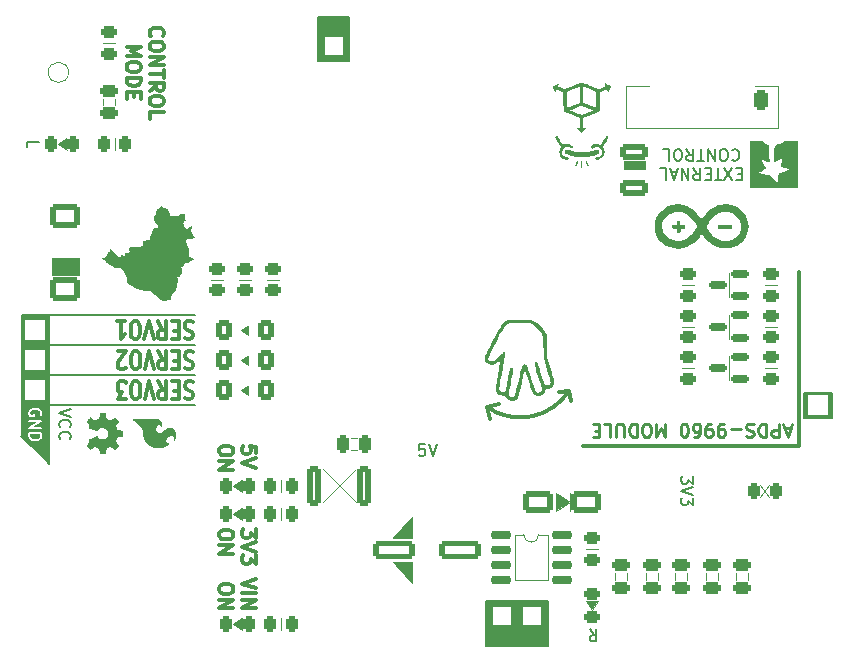
<source format=gbr>
%TF.GenerationSoftware,KiCad,Pcbnew,7.0.1*%
%TF.CreationDate,2023-05-06T15:08:35-03:00*%
%TF.ProjectId,Servo_Claw,53657276-6f5f-4436-9c61-772e6b696361,rev?*%
%TF.SameCoordinates,Original*%
%TF.FileFunction,Legend,Top*%
%TF.FilePolarity,Positive*%
%FSLAX46Y46*%
G04 Gerber Fmt 4.6, Leading zero omitted, Abs format (unit mm)*
G04 Created by KiCad (PCBNEW 7.0.1) date 2023-05-06 15:08:35*
%MOMM*%
%LPD*%
G01*
G04 APERTURE LIST*
G04 Aperture macros list*
%AMRoundRect*
0 Rectangle with rounded corners*
0 $1 Rounding radius*
0 $2 $3 $4 $5 $6 $7 $8 $9 X,Y pos of 4 corners*
0 Add a 4 corners polygon primitive as box body*
4,1,4,$2,$3,$4,$5,$6,$7,$8,$9,$2,$3,0*
0 Add four circle primitives for the rounded corners*
1,1,$1+$1,$2,$3*
1,1,$1+$1,$4,$5*
1,1,$1+$1,$6,$7*
1,1,$1+$1,$8,$9*
0 Add four rect primitives between the rounded corners*
20,1,$1+$1,$2,$3,$4,$5,0*
20,1,$1+$1,$4,$5,$6,$7,0*
20,1,$1+$1,$6,$7,$8,$9,0*
20,1,$1+$1,$8,$9,$2,$3,0*%
G04 Aperture macros list end*
%ADD10C,0.150000*%
%ADD11C,0.200000*%
%ADD12C,0.300000*%
%ADD13C,0.275000*%
%ADD14C,0.100000*%
%ADD15C,0.120000*%
%ADD16R,2.000000X1.500000*%
%ADD17R,2.000000X3.800000*%
%ADD18R,1.500000X2.000000*%
%ADD19R,3.800000X2.000000*%
%ADD20RoundRect,0.250000X1.025000X-0.787500X1.025000X0.787500X-1.025000X0.787500X-1.025000X-0.787500X0*%
%ADD21C,1.700000*%
%ADD22O,1.700000X1.700000*%
%ADD23R,1.700000X1.700000*%
%ADD24RoundRect,0.250000X0.450000X-0.262500X0.450000X0.262500X-0.450000X0.262500X-0.450000X-0.262500X0*%
%ADD25RoundRect,0.150000X0.587500X0.150000X-0.587500X0.150000X-0.587500X-0.150000X0.587500X-0.150000X0*%
%ADD26RoundRect,0.243750X-0.243750X-0.456250X0.243750X-0.456250X0.243750X0.456250X-0.243750X0.456250X0*%
%ADD27RoundRect,0.250000X0.312500X1.450000X-0.312500X1.450000X-0.312500X-1.450000X0.312500X-1.450000X0*%
%ADD28RoundRect,0.250000X-0.400000X-0.600000X0.400000X-0.600000X0.400000X0.600000X-0.400000X0.600000X0*%
%ADD29RoundRect,0.250000X0.250000X0.475000X-0.250000X0.475000X-0.250000X-0.475000X0.250000X-0.475000X0*%
%ADD30RoundRect,0.250000X1.500000X0.550000X-1.500000X0.550000X-1.500000X-0.550000X1.500000X-0.550000X0*%
%ADD31RoundRect,0.250000X0.262500X0.450000X-0.262500X0.450000X-0.262500X-0.450000X0.262500X-0.450000X0*%
%ADD32O,1.200000X1.750000*%
%ADD33RoundRect,0.300000X-0.300000X-0.575000X0.300000X-0.575000X0.300000X0.575000X-0.300000X0.575000X0*%
%ADD34RoundRect,0.250000X-0.450000X0.262500X-0.450000X-0.262500X0.450000X-0.262500X0.450000X0.262500X0*%
%ADD35RoundRect,0.250000X0.475000X-0.250000X0.475000X0.250000X-0.475000X0.250000X-0.475000X-0.250000X0*%
%ADD36C,3.200000*%
%ADD37C,1.600000*%
%ADD38O,1.600000X1.600000*%
%ADD39R,1.600000X1.600000*%
%ADD40R,2.600000X3.000000*%
%ADD41R,2.612000X3.000000*%
%ADD42RoundRect,0.243750X0.456250X-0.243750X0.456250X0.243750X-0.456250X0.243750X-0.456250X-0.243750X0*%
%ADD43RoundRect,0.250000X-0.925000X0.412500X-0.925000X-0.412500X0.925000X-0.412500X0.925000X0.412500X0*%
%ADD44RoundRect,0.250000X-0.475000X0.250000X-0.475000X-0.250000X0.475000X-0.250000X0.475000X0.250000X0*%
%ADD45RoundRect,0.250000X1.000000X0.650000X-1.000000X0.650000X-1.000000X-0.650000X1.000000X-0.650000X0*%
%ADD46RoundRect,0.150000X-0.725000X-0.150000X0.725000X-0.150000X0.725000X0.150000X-0.725000X0.150000X0*%
G04 APERTURE END LIST*
D10*
X180746400Y-87426800D02*
X183134000Y-87426800D01*
X183134000Y-89560400D01*
X180746400Y-89560400D01*
X180746400Y-87426800D01*
G36*
X180746400Y-87426800D02*
G01*
X183134000Y-87426800D01*
X183134000Y-89560400D01*
X180746400Y-89560400D01*
X180746400Y-87426800D01*
G37*
D11*
X116865400Y-83413600D02*
X129159000Y-83413600D01*
D12*
X160858581Y-87261200D02*
X161036000Y-88138000D01*
D11*
X114503200Y-80822800D02*
X116840000Y-80822800D01*
X116840000Y-91033600D01*
X114503200Y-91033600D01*
X114503200Y-80822800D01*
G36*
X114503200Y-80822800D02*
G01*
X116840000Y-80822800D01*
X116840000Y-91033600D01*
X114503200Y-91033600D01*
X114503200Y-80822800D01*
G37*
X116840000Y-80822800D02*
X129159000Y-80822800D01*
D12*
X153924001Y-88645999D02*
X154178000Y-89662000D01*
D11*
X116865400Y-85953600D02*
X129184400Y-85953600D01*
D12*
X180340000Y-77216000D02*
X180340000Y-91948000D01*
D10*
X116865400Y-93421200D02*
X116586000Y-93141800D01*
X114477800Y-91059000D01*
X116865400Y-91059000D01*
X116865400Y-93421200D01*
G36*
X116865400Y-93421200D02*
G01*
X116586000Y-93141800D01*
X114477800Y-91059000D01*
X116865400Y-91059000D01*
X116865400Y-93421200D01*
G37*
X139598400Y-55575200D02*
X142240000Y-55575200D01*
X142240000Y-59334400D01*
X139598400Y-59334400D01*
X139598400Y-55575200D01*
G36*
X139598400Y-55575200D02*
G01*
X142240000Y-55575200D01*
X142240000Y-59334400D01*
X139598400Y-59334400D01*
X139598400Y-55575200D01*
G37*
D12*
X180340000Y-91948000D02*
X162052000Y-91948000D01*
X160858581Y-87261200D02*
X160020000Y-87376000D01*
D11*
X116865400Y-88468200D02*
X129184400Y-88468200D01*
D12*
X153924001Y-88645999D02*
G75*
G03*
X160858581Y-87261200I2793999J4063999D01*
G01*
D10*
X153822400Y-105054400D02*
X159054800Y-105054400D01*
X159054800Y-108889800D01*
X153822400Y-108889800D01*
X153822400Y-105054400D01*
G36*
X153822400Y-105054400D02*
G01*
X159054800Y-105054400D01*
X159054800Y-108889800D01*
X153822400Y-108889800D01*
X153822400Y-105054400D01*
G37*
D12*
X153924001Y-88645999D02*
X154940000Y-88392000D01*
D11*
X175491352Y-68941190D02*
X175158019Y-68941190D01*
X175015162Y-68417380D02*
X175491352Y-68417380D01*
X175491352Y-68417380D02*
X175491352Y-69417380D01*
X175491352Y-69417380D02*
X175015162Y-69417380D01*
X174681828Y-69417380D02*
X174015162Y-68417380D01*
X174015162Y-69417380D02*
X174681828Y-68417380D01*
X173777066Y-69417380D02*
X173205638Y-69417380D01*
X173491352Y-68417380D02*
X173491352Y-69417380D01*
X172872304Y-68941190D02*
X172538971Y-68941190D01*
X172396114Y-68417380D02*
X172872304Y-68417380D01*
X172872304Y-68417380D02*
X172872304Y-69417380D01*
X172872304Y-69417380D02*
X172396114Y-69417380D01*
X171396114Y-68417380D02*
X171729447Y-68893571D01*
X171967542Y-68417380D02*
X171967542Y-69417380D01*
X171967542Y-69417380D02*
X171586590Y-69417380D01*
X171586590Y-69417380D02*
X171491352Y-69369761D01*
X171491352Y-69369761D02*
X171443733Y-69322142D01*
X171443733Y-69322142D02*
X171396114Y-69226904D01*
X171396114Y-69226904D02*
X171396114Y-69084047D01*
X171396114Y-69084047D02*
X171443733Y-68988809D01*
X171443733Y-68988809D02*
X171491352Y-68941190D01*
X171491352Y-68941190D02*
X171586590Y-68893571D01*
X171586590Y-68893571D02*
X171967542Y-68893571D01*
X170967542Y-68417380D02*
X170967542Y-69417380D01*
X170967542Y-69417380D02*
X170396114Y-68417380D01*
X170396114Y-68417380D02*
X170396114Y-69417380D01*
X169967542Y-68703095D02*
X169491352Y-68703095D01*
X170062780Y-68417380D02*
X169729447Y-69417380D01*
X169729447Y-69417380D02*
X169396114Y-68417380D01*
X168586590Y-68417380D02*
X169062780Y-68417380D01*
X169062780Y-68417380D02*
X169062780Y-69417380D01*
X174658019Y-66892619D02*
X174705638Y-66845000D01*
X174705638Y-66845000D02*
X174848495Y-66797380D01*
X174848495Y-66797380D02*
X174943733Y-66797380D01*
X174943733Y-66797380D02*
X175086590Y-66845000D01*
X175086590Y-66845000D02*
X175181828Y-66940238D01*
X175181828Y-66940238D02*
X175229447Y-67035476D01*
X175229447Y-67035476D02*
X175277066Y-67225952D01*
X175277066Y-67225952D02*
X175277066Y-67368809D01*
X175277066Y-67368809D02*
X175229447Y-67559285D01*
X175229447Y-67559285D02*
X175181828Y-67654523D01*
X175181828Y-67654523D02*
X175086590Y-67749761D01*
X175086590Y-67749761D02*
X174943733Y-67797380D01*
X174943733Y-67797380D02*
X174848495Y-67797380D01*
X174848495Y-67797380D02*
X174705638Y-67749761D01*
X174705638Y-67749761D02*
X174658019Y-67702142D01*
X174038971Y-67797380D02*
X173848495Y-67797380D01*
X173848495Y-67797380D02*
X173753257Y-67749761D01*
X173753257Y-67749761D02*
X173658019Y-67654523D01*
X173658019Y-67654523D02*
X173610400Y-67464047D01*
X173610400Y-67464047D02*
X173610400Y-67130714D01*
X173610400Y-67130714D02*
X173658019Y-66940238D01*
X173658019Y-66940238D02*
X173753257Y-66845000D01*
X173753257Y-66845000D02*
X173848495Y-66797380D01*
X173848495Y-66797380D02*
X174038971Y-66797380D01*
X174038971Y-66797380D02*
X174134209Y-66845000D01*
X174134209Y-66845000D02*
X174229447Y-66940238D01*
X174229447Y-66940238D02*
X174277066Y-67130714D01*
X174277066Y-67130714D02*
X174277066Y-67464047D01*
X174277066Y-67464047D02*
X174229447Y-67654523D01*
X174229447Y-67654523D02*
X174134209Y-67749761D01*
X174134209Y-67749761D02*
X174038971Y-67797380D01*
X173181828Y-66797380D02*
X173181828Y-67797380D01*
X173181828Y-67797380D02*
X172610400Y-66797380D01*
X172610400Y-66797380D02*
X172610400Y-67797380D01*
X172277066Y-67797380D02*
X171705638Y-67797380D01*
X171991352Y-66797380D02*
X171991352Y-67797380D01*
X170800876Y-66797380D02*
X171134209Y-67273571D01*
X171372304Y-66797380D02*
X171372304Y-67797380D01*
X171372304Y-67797380D02*
X170991352Y-67797380D01*
X170991352Y-67797380D02*
X170896114Y-67749761D01*
X170896114Y-67749761D02*
X170848495Y-67702142D01*
X170848495Y-67702142D02*
X170800876Y-67606904D01*
X170800876Y-67606904D02*
X170800876Y-67464047D01*
X170800876Y-67464047D02*
X170848495Y-67368809D01*
X170848495Y-67368809D02*
X170896114Y-67321190D01*
X170896114Y-67321190D02*
X170991352Y-67273571D01*
X170991352Y-67273571D02*
X171372304Y-67273571D01*
X170181828Y-67797380D02*
X169991352Y-67797380D01*
X169991352Y-67797380D02*
X169896114Y-67749761D01*
X169896114Y-67749761D02*
X169800876Y-67654523D01*
X169800876Y-67654523D02*
X169753257Y-67464047D01*
X169753257Y-67464047D02*
X169753257Y-67130714D01*
X169753257Y-67130714D02*
X169800876Y-66940238D01*
X169800876Y-66940238D02*
X169896114Y-66845000D01*
X169896114Y-66845000D02*
X169991352Y-66797380D01*
X169991352Y-66797380D02*
X170181828Y-66797380D01*
X170181828Y-66797380D02*
X170277066Y-66845000D01*
X170277066Y-66845000D02*
X170372304Y-66940238D01*
X170372304Y-66940238D02*
X170419923Y-67130714D01*
X170419923Y-67130714D02*
X170419923Y-67464047D01*
X170419923Y-67464047D02*
X170372304Y-67654523D01*
X170372304Y-67654523D02*
X170277066Y-67749761D01*
X170277066Y-67749761D02*
X170181828Y-67797380D01*
X168848495Y-66797380D02*
X169324685Y-66797380D01*
X169324685Y-66797380D02*
X169324685Y-67797380D01*
X114955780Y-66652685D02*
X114955780Y-66176495D01*
X114955780Y-66176495D02*
X115955780Y-66176495D01*
D12*
X134380257Y-98977428D02*
X134380257Y-99720285D01*
X134380257Y-99720285D02*
X133923114Y-99320285D01*
X133923114Y-99320285D02*
X133923114Y-99491714D01*
X133923114Y-99491714D02*
X133865971Y-99606000D01*
X133865971Y-99606000D02*
X133808828Y-99663142D01*
X133808828Y-99663142D02*
X133694542Y-99720285D01*
X133694542Y-99720285D02*
X133408828Y-99720285D01*
X133408828Y-99720285D02*
X133294542Y-99663142D01*
X133294542Y-99663142D02*
X133237400Y-99606000D01*
X133237400Y-99606000D02*
X133180257Y-99491714D01*
X133180257Y-99491714D02*
X133180257Y-99148857D01*
X133180257Y-99148857D02*
X133237400Y-99034571D01*
X133237400Y-99034571D02*
X133294542Y-98977428D01*
X134380257Y-100063142D02*
X133180257Y-100463142D01*
X133180257Y-100463142D02*
X134380257Y-100863142D01*
X134380257Y-101148856D02*
X134380257Y-101891713D01*
X134380257Y-101891713D02*
X133923114Y-101491713D01*
X133923114Y-101491713D02*
X133923114Y-101663142D01*
X133923114Y-101663142D02*
X133865971Y-101777428D01*
X133865971Y-101777428D02*
X133808828Y-101834570D01*
X133808828Y-101834570D02*
X133694542Y-101891713D01*
X133694542Y-101891713D02*
X133408828Y-101891713D01*
X133408828Y-101891713D02*
X133294542Y-101834570D01*
X133294542Y-101834570D02*
X133237400Y-101777428D01*
X133237400Y-101777428D02*
X133180257Y-101663142D01*
X133180257Y-101663142D02*
X133180257Y-101320285D01*
X133180257Y-101320285D02*
X133237400Y-101205999D01*
X133237400Y-101205999D02*
X133294542Y-101148856D01*
X132436257Y-99320285D02*
X132436257Y-99548857D01*
X132436257Y-99548857D02*
X132379114Y-99663142D01*
X132379114Y-99663142D02*
X132264828Y-99777428D01*
X132264828Y-99777428D02*
X132036257Y-99834571D01*
X132036257Y-99834571D02*
X131636257Y-99834571D01*
X131636257Y-99834571D02*
X131407685Y-99777428D01*
X131407685Y-99777428D02*
X131293400Y-99663142D01*
X131293400Y-99663142D02*
X131236257Y-99548857D01*
X131236257Y-99548857D02*
X131236257Y-99320285D01*
X131236257Y-99320285D02*
X131293400Y-99206000D01*
X131293400Y-99206000D02*
X131407685Y-99091714D01*
X131407685Y-99091714D02*
X131636257Y-99034571D01*
X131636257Y-99034571D02*
X132036257Y-99034571D01*
X132036257Y-99034571D02*
X132264828Y-99091714D01*
X132264828Y-99091714D02*
X132379114Y-99206000D01*
X132379114Y-99206000D02*
X132436257Y-99320285D01*
X131236257Y-100348857D02*
X132436257Y-100348857D01*
X132436257Y-100348857D02*
X131236257Y-101034571D01*
X131236257Y-101034571D02*
X132436257Y-101034571D01*
D11*
X162614076Y-107462780D02*
X162947409Y-107938971D01*
X163185504Y-107462780D02*
X163185504Y-108462780D01*
X163185504Y-108462780D02*
X162804552Y-108462780D01*
X162804552Y-108462780D02*
X162709314Y-108415161D01*
X162709314Y-108415161D02*
X162661695Y-108367542D01*
X162661695Y-108367542D02*
X162614076Y-108272304D01*
X162614076Y-108272304D02*
X162614076Y-108129447D01*
X162614076Y-108129447D02*
X162661695Y-108034209D01*
X162661695Y-108034209D02*
X162709314Y-107986590D01*
X162709314Y-107986590D02*
X162804552Y-107938971D01*
X162804552Y-107938971D02*
X163185504Y-107938971D01*
X118673580Y-88766638D02*
X117673580Y-89099971D01*
X117673580Y-89099971D02*
X118673580Y-89433304D01*
X117768819Y-90338066D02*
X117721200Y-90290447D01*
X117721200Y-90290447D02*
X117673580Y-90147590D01*
X117673580Y-90147590D02*
X117673580Y-90052352D01*
X117673580Y-90052352D02*
X117721200Y-89909495D01*
X117721200Y-89909495D02*
X117816438Y-89814257D01*
X117816438Y-89814257D02*
X117911676Y-89766638D01*
X117911676Y-89766638D02*
X118102152Y-89719019D01*
X118102152Y-89719019D02*
X118245009Y-89719019D01*
X118245009Y-89719019D02*
X118435485Y-89766638D01*
X118435485Y-89766638D02*
X118530723Y-89814257D01*
X118530723Y-89814257D02*
X118625961Y-89909495D01*
X118625961Y-89909495D02*
X118673580Y-90052352D01*
X118673580Y-90052352D02*
X118673580Y-90147590D01*
X118673580Y-90147590D02*
X118625961Y-90290447D01*
X118625961Y-90290447D02*
X118578342Y-90338066D01*
X117768819Y-91338066D02*
X117721200Y-91290447D01*
X117721200Y-91290447D02*
X117673580Y-91147590D01*
X117673580Y-91147590D02*
X117673580Y-91052352D01*
X117673580Y-91052352D02*
X117721200Y-90909495D01*
X117721200Y-90909495D02*
X117816438Y-90814257D01*
X117816438Y-90814257D02*
X117911676Y-90766638D01*
X117911676Y-90766638D02*
X118102152Y-90719019D01*
X118102152Y-90719019D02*
X118245009Y-90719019D01*
X118245009Y-90719019D02*
X118435485Y-90766638D01*
X118435485Y-90766638D02*
X118530723Y-90814257D01*
X118530723Y-90814257D02*
X118625961Y-90909495D01*
X118625961Y-90909495D02*
X118673580Y-91052352D01*
X118673580Y-91052352D02*
X118673580Y-91147590D01*
X118673580Y-91147590D02*
X118625961Y-91290447D01*
X118625961Y-91290447D02*
X118578342Y-91338066D01*
D12*
X134380257Y-103175142D02*
X133180257Y-103575142D01*
X133180257Y-103575142D02*
X134380257Y-103975142D01*
X133180257Y-104375142D02*
X134380257Y-104375142D01*
X133180257Y-104946571D02*
X134380257Y-104946571D01*
X134380257Y-104946571D02*
X133180257Y-105632285D01*
X133180257Y-105632285D02*
X134380257Y-105632285D01*
X132436257Y-103917999D02*
X132436257Y-104146571D01*
X132436257Y-104146571D02*
X132379114Y-104260856D01*
X132379114Y-104260856D02*
X132264828Y-104375142D01*
X132264828Y-104375142D02*
X132036257Y-104432285D01*
X132036257Y-104432285D02*
X131636257Y-104432285D01*
X131636257Y-104432285D02*
X131407685Y-104375142D01*
X131407685Y-104375142D02*
X131293400Y-104260856D01*
X131293400Y-104260856D02*
X131236257Y-104146571D01*
X131236257Y-104146571D02*
X131236257Y-103917999D01*
X131236257Y-103917999D02*
X131293400Y-103803714D01*
X131293400Y-103803714D02*
X131407685Y-103689428D01*
X131407685Y-103689428D02*
X131636257Y-103632285D01*
X131636257Y-103632285D02*
X132036257Y-103632285D01*
X132036257Y-103632285D02*
X132264828Y-103689428D01*
X132264828Y-103689428D02*
X132379114Y-103803714D01*
X132379114Y-103803714D02*
X132436257Y-103917999D01*
X131236257Y-104946571D02*
X132436257Y-104946571D01*
X132436257Y-104946571D02*
X131236257Y-105632285D01*
X131236257Y-105632285D02*
X132436257Y-105632285D01*
D13*
X179622476Y-90364904D02*
X179098666Y-90364904D01*
X179727238Y-90050619D02*
X179360571Y-91150619D01*
X179360571Y-91150619D02*
X178993904Y-90050619D01*
X178627238Y-90050619D02*
X178627238Y-91150619D01*
X178627238Y-91150619D02*
X178208190Y-91150619D01*
X178208190Y-91150619D02*
X178103428Y-91098238D01*
X178103428Y-91098238D02*
X178051047Y-91045857D01*
X178051047Y-91045857D02*
X177998666Y-90941095D01*
X177998666Y-90941095D02*
X177998666Y-90783952D01*
X177998666Y-90783952D02*
X178051047Y-90679190D01*
X178051047Y-90679190D02*
X178103428Y-90626809D01*
X178103428Y-90626809D02*
X178208190Y-90574428D01*
X178208190Y-90574428D02*
X178627238Y-90574428D01*
X177527238Y-90050619D02*
X177527238Y-91150619D01*
X177527238Y-91150619D02*
X177265333Y-91150619D01*
X177265333Y-91150619D02*
X177108190Y-91098238D01*
X177108190Y-91098238D02*
X177003428Y-90993476D01*
X177003428Y-90993476D02*
X176951047Y-90888714D01*
X176951047Y-90888714D02*
X176898666Y-90679190D01*
X176898666Y-90679190D02*
X176898666Y-90522047D01*
X176898666Y-90522047D02*
X176951047Y-90312523D01*
X176951047Y-90312523D02*
X177003428Y-90207761D01*
X177003428Y-90207761D02*
X177108190Y-90103000D01*
X177108190Y-90103000D02*
X177265333Y-90050619D01*
X177265333Y-90050619D02*
X177527238Y-90050619D01*
X176479619Y-90103000D02*
X176322476Y-90050619D01*
X176322476Y-90050619D02*
X176060571Y-90050619D01*
X176060571Y-90050619D02*
X175955809Y-90103000D01*
X175955809Y-90103000D02*
X175903428Y-90155380D01*
X175903428Y-90155380D02*
X175851047Y-90260142D01*
X175851047Y-90260142D02*
X175851047Y-90364904D01*
X175851047Y-90364904D02*
X175903428Y-90469666D01*
X175903428Y-90469666D02*
X175955809Y-90522047D01*
X175955809Y-90522047D02*
X176060571Y-90574428D01*
X176060571Y-90574428D02*
X176270095Y-90626809D01*
X176270095Y-90626809D02*
X176374857Y-90679190D01*
X176374857Y-90679190D02*
X176427238Y-90731571D01*
X176427238Y-90731571D02*
X176479619Y-90836333D01*
X176479619Y-90836333D02*
X176479619Y-90941095D01*
X176479619Y-90941095D02*
X176427238Y-91045857D01*
X176427238Y-91045857D02*
X176374857Y-91098238D01*
X176374857Y-91098238D02*
X176270095Y-91150619D01*
X176270095Y-91150619D02*
X176008190Y-91150619D01*
X176008190Y-91150619D02*
X175851047Y-91098238D01*
X175379619Y-90469666D02*
X174541524Y-90469666D01*
X173965333Y-90050619D02*
X173755809Y-90050619D01*
X173755809Y-90050619D02*
X173651047Y-90103000D01*
X173651047Y-90103000D02*
X173598666Y-90155380D01*
X173598666Y-90155380D02*
X173493904Y-90312523D01*
X173493904Y-90312523D02*
X173441523Y-90522047D01*
X173441523Y-90522047D02*
X173441523Y-90941095D01*
X173441523Y-90941095D02*
X173493904Y-91045857D01*
X173493904Y-91045857D02*
X173546285Y-91098238D01*
X173546285Y-91098238D02*
X173651047Y-91150619D01*
X173651047Y-91150619D02*
X173860571Y-91150619D01*
X173860571Y-91150619D02*
X173965333Y-91098238D01*
X173965333Y-91098238D02*
X174017714Y-91045857D01*
X174017714Y-91045857D02*
X174070095Y-90941095D01*
X174070095Y-90941095D02*
X174070095Y-90679190D01*
X174070095Y-90679190D02*
X174017714Y-90574428D01*
X174017714Y-90574428D02*
X173965333Y-90522047D01*
X173965333Y-90522047D02*
X173860571Y-90469666D01*
X173860571Y-90469666D02*
X173651047Y-90469666D01*
X173651047Y-90469666D02*
X173546285Y-90522047D01*
X173546285Y-90522047D02*
X173493904Y-90574428D01*
X173493904Y-90574428D02*
X173441523Y-90679190D01*
X172917714Y-90050619D02*
X172708190Y-90050619D01*
X172708190Y-90050619D02*
X172603428Y-90103000D01*
X172603428Y-90103000D02*
X172551047Y-90155380D01*
X172551047Y-90155380D02*
X172446285Y-90312523D01*
X172446285Y-90312523D02*
X172393904Y-90522047D01*
X172393904Y-90522047D02*
X172393904Y-90941095D01*
X172393904Y-90941095D02*
X172446285Y-91045857D01*
X172446285Y-91045857D02*
X172498666Y-91098238D01*
X172498666Y-91098238D02*
X172603428Y-91150619D01*
X172603428Y-91150619D02*
X172812952Y-91150619D01*
X172812952Y-91150619D02*
X172917714Y-91098238D01*
X172917714Y-91098238D02*
X172970095Y-91045857D01*
X172970095Y-91045857D02*
X173022476Y-90941095D01*
X173022476Y-90941095D02*
X173022476Y-90679190D01*
X173022476Y-90679190D02*
X172970095Y-90574428D01*
X172970095Y-90574428D02*
X172917714Y-90522047D01*
X172917714Y-90522047D02*
X172812952Y-90469666D01*
X172812952Y-90469666D02*
X172603428Y-90469666D01*
X172603428Y-90469666D02*
X172498666Y-90522047D01*
X172498666Y-90522047D02*
X172446285Y-90574428D01*
X172446285Y-90574428D02*
X172393904Y-90679190D01*
X171451047Y-91150619D02*
X171660571Y-91150619D01*
X171660571Y-91150619D02*
X171765333Y-91098238D01*
X171765333Y-91098238D02*
X171817714Y-91045857D01*
X171817714Y-91045857D02*
X171922476Y-90888714D01*
X171922476Y-90888714D02*
X171974857Y-90679190D01*
X171974857Y-90679190D02*
X171974857Y-90260142D01*
X171974857Y-90260142D02*
X171922476Y-90155380D01*
X171922476Y-90155380D02*
X171870095Y-90103000D01*
X171870095Y-90103000D02*
X171765333Y-90050619D01*
X171765333Y-90050619D02*
X171555809Y-90050619D01*
X171555809Y-90050619D02*
X171451047Y-90103000D01*
X171451047Y-90103000D02*
X171398666Y-90155380D01*
X171398666Y-90155380D02*
X171346285Y-90260142D01*
X171346285Y-90260142D02*
X171346285Y-90522047D01*
X171346285Y-90522047D02*
X171398666Y-90626809D01*
X171398666Y-90626809D02*
X171451047Y-90679190D01*
X171451047Y-90679190D02*
X171555809Y-90731571D01*
X171555809Y-90731571D02*
X171765333Y-90731571D01*
X171765333Y-90731571D02*
X171870095Y-90679190D01*
X171870095Y-90679190D02*
X171922476Y-90626809D01*
X171922476Y-90626809D02*
X171974857Y-90522047D01*
X170665333Y-91150619D02*
X170560571Y-91150619D01*
X170560571Y-91150619D02*
X170455809Y-91098238D01*
X170455809Y-91098238D02*
X170403428Y-91045857D01*
X170403428Y-91045857D02*
X170351047Y-90941095D01*
X170351047Y-90941095D02*
X170298666Y-90731571D01*
X170298666Y-90731571D02*
X170298666Y-90469666D01*
X170298666Y-90469666D02*
X170351047Y-90260142D01*
X170351047Y-90260142D02*
X170403428Y-90155380D01*
X170403428Y-90155380D02*
X170455809Y-90103000D01*
X170455809Y-90103000D02*
X170560571Y-90050619D01*
X170560571Y-90050619D02*
X170665333Y-90050619D01*
X170665333Y-90050619D02*
X170770095Y-90103000D01*
X170770095Y-90103000D02*
X170822476Y-90155380D01*
X170822476Y-90155380D02*
X170874857Y-90260142D01*
X170874857Y-90260142D02*
X170927238Y-90469666D01*
X170927238Y-90469666D02*
X170927238Y-90731571D01*
X170927238Y-90731571D02*
X170874857Y-90941095D01*
X170874857Y-90941095D02*
X170822476Y-91045857D01*
X170822476Y-91045857D02*
X170770095Y-91098238D01*
X170770095Y-91098238D02*
X170665333Y-91150619D01*
X168989143Y-90050619D02*
X168989143Y-91150619D01*
X168989143Y-91150619D02*
X168622476Y-90364904D01*
X168622476Y-90364904D02*
X168255809Y-91150619D01*
X168255809Y-91150619D02*
X168255809Y-90050619D01*
X167522476Y-91150619D02*
X167312952Y-91150619D01*
X167312952Y-91150619D02*
X167208190Y-91098238D01*
X167208190Y-91098238D02*
X167103428Y-90993476D01*
X167103428Y-90993476D02*
X167051047Y-90783952D01*
X167051047Y-90783952D02*
X167051047Y-90417285D01*
X167051047Y-90417285D02*
X167103428Y-90207761D01*
X167103428Y-90207761D02*
X167208190Y-90103000D01*
X167208190Y-90103000D02*
X167312952Y-90050619D01*
X167312952Y-90050619D02*
X167522476Y-90050619D01*
X167522476Y-90050619D02*
X167627238Y-90103000D01*
X167627238Y-90103000D02*
X167732000Y-90207761D01*
X167732000Y-90207761D02*
X167784381Y-90417285D01*
X167784381Y-90417285D02*
X167784381Y-90783952D01*
X167784381Y-90783952D02*
X167732000Y-90993476D01*
X167732000Y-90993476D02*
X167627238Y-91098238D01*
X167627238Y-91098238D02*
X167522476Y-91150619D01*
X166579619Y-90050619D02*
X166579619Y-91150619D01*
X166579619Y-91150619D02*
X166317714Y-91150619D01*
X166317714Y-91150619D02*
X166160571Y-91098238D01*
X166160571Y-91098238D02*
X166055809Y-90993476D01*
X166055809Y-90993476D02*
X166003428Y-90888714D01*
X166003428Y-90888714D02*
X165951047Y-90679190D01*
X165951047Y-90679190D02*
X165951047Y-90522047D01*
X165951047Y-90522047D02*
X166003428Y-90312523D01*
X166003428Y-90312523D02*
X166055809Y-90207761D01*
X166055809Y-90207761D02*
X166160571Y-90103000D01*
X166160571Y-90103000D02*
X166317714Y-90050619D01*
X166317714Y-90050619D02*
X166579619Y-90050619D01*
X165479619Y-91150619D02*
X165479619Y-90260142D01*
X165479619Y-90260142D02*
X165427238Y-90155380D01*
X165427238Y-90155380D02*
X165374857Y-90103000D01*
X165374857Y-90103000D02*
X165270095Y-90050619D01*
X165270095Y-90050619D02*
X165060571Y-90050619D01*
X165060571Y-90050619D02*
X164955809Y-90103000D01*
X164955809Y-90103000D02*
X164903428Y-90155380D01*
X164903428Y-90155380D02*
X164851047Y-90260142D01*
X164851047Y-90260142D02*
X164851047Y-91150619D01*
X163803428Y-90050619D02*
X164327238Y-90050619D01*
X164327238Y-90050619D02*
X164327238Y-91150619D01*
X163436762Y-90626809D02*
X163070095Y-90626809D01*
X162912952Y-90050619D02*
X163436762Y-90050619D01*
X163436762Y-90050619D02*
X163436762Y-91150619D01*
X163436762Y-91150619D02*
X162912952Y-91150619D01*
D12*
X134380257Y-92551142D02*
X134380257Y-91979714D01*
X134380257Y-91979714D02*
X133808828Y-91922571D01*
X133808828Y-91922571D02*
X133865971Y-91979714D01*
X133865971Y-91979714D02*
X133923114Y-92094000D01*
X133923114Y-92094000D02*
X133923114Y-92379714D01*
X133923114Y-92379714D02*
X133865971Y-92494000D01*
X133865971Y-92494000D02*
X133808828Y-92551142D01*
X133808828Y-92551142D02*
X133694542Y-92608285D01*
X133694542Y-92608285D02*
X133408828Y-92608285D01*
X133408828Y-92608285D02*
X133294542Y-92551142D01*
X133294542Y-92551142D02*
X133237400Y-92494000D01*
X133237400Y-92494000D02*
X133180257Y-92379714D01*
X133180257Y-92379714D02*
X133180257Y-92094000D01*
X133180257Y-92094000D02*
X133237400Y-91979714D01*
X133237400Y-91979714D02*
X133294542Y-91922571D01*
X134380257Y-92951142D02*
X133180257Y-93351142D01*
X133180257Y-93351142D02*
X134380257Y-93751142D01*
X132436257Y-92208285D02*
X132436257Y-92436857D01*
X132436257Y-92436857D02*
X132379114Y-92551142D01*
X132379114Y-92551142D02*
X132264828Y-92665428D01*
X132264828Y-92665428D02*
X132036257Y-92722571D01*
X132036257Y-92722571D02*
X131636257Y-92722571D01*
X131636257Y-92722571D02*
X131407685Y-92665428D01*
X131407685Y-92665428D02*
X131293400Y-92551142D01*
X131293400Y-92551142D02*
X131236257Y-92436857D01*
X131236257Y-92436857D02*
X131236257Y-92208285D01*
X131236257Y-92208285D02*
X131293400Y-92094000D01*
X131293400Y-92094000D02*
X131407685Y-91979714D01*
X131407685Y-91979714D02*
X131636257Y-91922571D01*
X131636257Y-91922571D02*
X132036257Y-91922571D01*
X132036257Y-91922571D02*
X132264828Y-91979714D01*
X132264828Y-91979714D02*
X132379114Y-92094000D01*
X132379114Y-92094000D02*
X132436257Y-92208285D01*
X131236257Y-93236857D02*
X132436257Y-93236857D01*
X132436257Y-93236857D02*
X131236257Y-93922571D01*
X131236257Y-93922571D02*
X132436257Y-93922571D01*
X129006199Y-81458800D02*
X128834771Y-81387371D01*
X128834771Y-81387371D02*
X128549056Y-81387371D01*
X128549056Y-81387371D02*
X128434771Y-81458800D01*
X128434771Y-81458800D02*
X128377628Y-81530228D01*
X128377628Y-81530228D02*
X128320485Y-81673085D01*
X128320485Y-81673085D02*
X128320485Y-81815942D01*
X128320485Y-81815942D02*
X128377628Y-81958800D01*
X128377628Y-81958800D02*
X128434771Y-82030228D01*
X128434771Y-82030228D02*
X128549056Y-82101657D01*
X128549056Y-82101657D02*
X128777628Y-82173085D01*
X128777628Y-82173085D02*
X128891913Y-82244514D01*
X128891913Y-82244514D02*
X128949056Y-82315942D01*
X128949056Y-82315942D02*
X129006199Y-82458800D01*
X129006199Y-82458800D02*
X129006199Y-82601657D01*
X129006199Y-82601657D02*
X128949056Y-82744514D01*
X128949056Y-82744514D02*
X128891913Y-82815942D01*
X128891913Y-82815942D02*
X128777628Y-82887371D01*
X128777628Y-82887371D02*
X128491913Y-82887371D01*
X128491913Y-82887371D02*
X128320485Y-82815942D01*
X127806199Y-82173085D02*
X127406199Y-82173085D01*
X127234771Y-81387371D02*
X127806199Y-81387371D01*
X127806199Y-81387371D02*
X127806199Y-82887371D01*
X127806199Y-82887371D02*
X127234771Y-82887371D01*
X126034771Y-81387371D02*
X126434771Y-82101657D01*
X126720485Y-81387371D02*
X126720485Y-82887371D01*
X126720485Y-82887371D02*
X126263342Y-82887371D01*
X126263342Y-82887371D02*
X126149057Y-82815942D01*
X126149057Y-82815942D02*
X126091914Y-82744514D01*
X126091914Y-82744514D02*
X126034771Y-82601657D01*
X126034771Y-82601657D02*
X126034771Y-82387371D01*
X126034771Y-82387371D02*
X126091914Y-82244514D01*
X126091914Y-82244514D02*
X126149057Y-82173085D01*
X126149057Y-82173085D02*
X126263342Y-82101657D01*
X126263342Y-82101657D02*
X126720485Y-82101657D01*
X125691914Y-82887371D02*
X125291914Y-81387371D01*
X125291914Y-81387371D02*
X124891914Y-82887371D01*
X124263343Y-82887371D02*
X124034771Y-82887371D01*
X124034771Y-82887371D02*
X123920486Y-82815942D01*
X123920486Y-82815942D02*
X123806200Y-82673085D01*
X123806200Y-82673085D02*
X123749057Y-82387371D01*
X123749057Y-82387371D02*
X123749057Y-81887371D01*
X123749057Y-81887371D02*
X123806200Y-81601657D01*
X123806200Y-81601657D02*
X123920486Y-81458800D01*
X123920486Y-81458800D02*
X124034771Y-81387371D01*
X124034771Y-81387371D02*
X124263343Y-81387371D01*
X124263343Y-81387371D02*
X124377629Y-81458800D01*
X124377629Y-81458800D02*
X124491914Y-81601657D01*
X124491914Y-81601657D02*
X124549057Y-81887371D01*
X124549057Y-81887371D02*
X124549057Y-82387371D01*
X124549057Y-82387371D02*
X124491914Y-82673085D01*
X124491914Y-82673085D02*
X124377629Y-82815942D01*
X124377629Y-82815942D02*
X124263343Y-82887371D01*
X122606200Y-81387371D02*
X123291914Y-81387371D01*
X122949057Y-81387371D02*
X122949057Y-82887371D01*
X122949057Y-82887371D02*
X123063343Y-82673085D01*
X123063343Y-82673085D02*
X123177628Y-82530228D01*
X123177628Y-82530228D02*
X123291914Y-82458800D01*
X129031599Y-86538800D02*
X128860171Y-86467371D01*
X128860171Y-86467371D02*
X128574456Y-86467371D01*
X128574456Y-86467371D02*
X128460171Y-86538800D01*
X128460171Y-86538800D02*
X128403028Y-86610228D01*
X128403028Y-86610228D02*
X128345885Y-86753085D01*
X128345885Y-86753085D02*
X128345885Y-86895942D01*
X128345885Y-86895942D02*
X128403028Y-87038800D01*
X128403028Y-87038800D02*
X128460171Y-87110228D01*
X128460171Y-87110228D02*
X128574456Y-87181657D01*
X128574456Y-87181657D02*
X128803028Y-87253085D01*
X128803028Y-87253085D02*
X128917313Y-87324514D01*
X128917313Y-87324514D02*
X128974456Y-87395942D01*
X128974456Y-87395942D02*
X129031599Y-87538800D01*
X129031599Y-87538800D02*
X129031599Y-87681657D01*
X129031599Y-87681657D02*
X128974456Y-87824514D01*
X128974456Y-87824514D02*
X128917313Y-87895942D01*
X128917313Y-87895942D02*
X128803028Y-87967371D01*
X128803028Y-87967371D02*
X128517313Y-87967371D01*
X128517313Y-87967371D02*
X128345885Y-87895942D01*
X127831599Y-87253085D02*
X127431599Y-87253085D01*
X127260171Y-86467371D02*
X127831599Y-86467371D01*
X127831599Y-86467371D02*
X127831599Y-87967371D01*
X127831599Y-87967371D02*
X127260171Y-87967371D01*
X126060171Y-86467371D02*
X126460171Y-87181657D01*
X126745885Y-86467371D02*
X126745885Y-87967371D01*
X126745885Y-87967371D02*
X126288742Y-87967371D01*
X126288742Y-87967371D02*
X126174457Y-87895942D01*
X126174457Y-87895942D02*
X126117314Y-87824514D01*
X126117314Y-87824514D02*
X126060171Y-87681657D01*
X126060171Y-87681657D02*
X126060171Y-87467371D01*
X126060171Y-87467371D02*
X126117314Y-87324514D01*
X126117314Y-87324514D02*
X126174457Y-87253085D01*
X126174457Y-87253085D02*
X126288742Y-87181657D01*
X126288742Y-87181657D02*
X126745885Y-87181657D01*
X125717314Y-87967371D02*
X125317314Y-86467371D01*
X125317314Y-86467371D02*
X124917314Y-87967371D01*
X124288743Y-87967371D02*
X124060171Y-87967371D01*
X124060171Y-87967371D02*
X123945886Y-87895942D01*
X123945886Y-87895942D02*
X123831600Y-87753085D01*
X123831600Y-87753085D02*
X123774457Y-87467371D01*
X123774457Y-87467371D02*
X123774457Y-86967371D01*
X123774457Y-86967371D02*
X123831600Y-86681657D01*
X123831600Y-86681657D02*
X123945886Y-86538800D01*
X123945886Y-86538800D02*
X124060171Y-86467371D01*
X124060171Y-86467371D02*
X124288743Y-86467371D01*
X124288743Y-86467371D02*
X124403029Y-86538800D01*
X124403029Y-86538800D02*
X124517314Y-86681657D01*
X124517314Y-86681657D02*
X124574457Y-86967371D01*
X124574457Y-86967371D02*
X124574457Y-87467371D01*
X124574457Y-87467371D02*
X124517314Y-87753085D01*
X124517314Y-87753085D02*
X124403029Y-87895942D01*
X124403029Y-87895942D02*
X124288743Y-87967371D01*
X123374457Y-87967371D02*
X122631600Y-87967371D01*
X122631600Y-87967371D02*
X123031600Y-87395942D01*
X123031600Y-87395942D02*
X122860171Y-87395942D01*
X122860171Y-87395942D02*
X122745886Y-87324514D01*
X122745886Y-87324514D02*
X122688743Y-87253085D01*
X122688743Y-87253085D02*
X122631600Y-87110228D01*
X122631600Y-87110228D02*
X122631600Y-86753085D01*
X122631600Y-86753085D02*
X122688743Y-86610228D01*
X122688743Y-86610228D02*
X122745886Y-86538800D01*
X122745886Y-86538800D02*
X122860171Y-86467371D01*
X122860171Y-86467371D02*
X123203028Y-86467371D01*
X123203028Y-86467371D02*
X123317314Y-86538800D01*
X123317314Y-86538800D02*
X123374457Y-86610228D01*
X129031599Y-83998800D02*
X128860171Y-83927371D01*
X128860171Y-83927371D02*
X128574456Y-83927371D01*
X128574456Y-83927371D02*
X128460171Y-83998800D01*
X128460171Y-83998800D02*
X128403028Y-84070228D01*
X128403028Y-84070228D02*
X128345885Y-84213085D01*
X128345885Y-84213085D02*
X128345885Y-84355942D01*
X128345885Y-84355942D02*
X128403028Y-84498800D01*
X128403028Y-84498800D02*
X128460171Y-84570228D01*
X128460171Y-84570228D02*
X128574456Y-84641657D01*
X128574456Y-84641657D02*
X128803028Y-84713085D01*
X128803028Y-84713085D02*
X128917313Y-84784514D01*
X128917313Y-84784514D02*
X128974456Y-84855942D01*
X128974456Y-84855942D02*
X129031599Y-84998800D01*
X129031599Y-84998800D02*
X129031599Y-85141657D01*
X129031599Y-85141657D02*
X128974456Y-85284514D01*
X128974456Y-85284514D02*
X128917313Y-85355942D01*
X128917313Y-85355942D02*
X128803028Y-85427371D01*
X128803028Y-85427371D02*
X128517313Y-85427371D01*
X128517313Y-85427371D02*
X128345885Y-85355942D01*
X127831599Y-84713085D02*
X127431599Y-84713085D01*
X127260171Y-83927371D02*
X127831599Y-83927371D01*
X127831599Y-83927371D02*
X127831599Y-85427371D01*
X127831599Y-85427371D02*
X127260171Y-85427371D01*
X126060171Y-83927371D02*
X126460171Y-84641657D01*
X126745885Y-83927371D02*
X126745885Y-85427371D01*
X126745885Y-85427371D02*
X126288742Y-85427371D01*
X126288742Y-85427371D02*
X126174457Y-85355942D01*
X126174457Y-85355942D02*
X126117314Y-85284514D01*
X126117314Y-85284514D02*
X126060171Y-85141657D01*
X126060171Y-85141657D02*
X126060171Y-84927371D01*
X126060171Y-84927371D02*
X126117314Y-84784514D01*
X126117314Y-84784514D02*
X126174457Y-84713085D01*
X126174457Y-84713085D02*
X126288742Y-84641657D01*
X126288742Y-84641657D02*
X126745885Y-84641657D01*
X125717314Y-85427371D02*
X125317314Y-83927371D01*
X125317314Y-83927371D02*
X124917314Y-85427371D01*
X124288743Y-85427371D02*
X124060171Y-85427371D01*
X124060171Y-85427371D02*
X123945886Y-85355942D01*
X123945886Y-85355942D02*
X123831600Y-85213085D01*
X123831600Y-85213085D02*
X123774457Y-84927371D01*
X123774457Y-84927371D02*
X123774457Y-84427371D01*
X123774457Y-84427371D02*
X123831600Y-84141657D01*
X123831600Y-84141657D02*
X123945886Y-83998800D01*
X123945886Y-83998800D02*
X124060171Y-83927371D01*
X124060171Y-83927371D02*
X124288743Y-83927371D01*
X124288743Y-83927371D02*
X124403029Y-83998800D01*
X124403029Y-83998800D02*
X124517314Y-84141657D01*
X124517314Y-84141657D02*
X124574457Y-84427371D01*
X124574457Y-84427371D02*
X124574457Y-84927371D01*
X124574457Y-84927371D02*
X124517314Y-85213085D01*
X124517314Y-85213085D02*
X124403029Y-85355942D01*
X124403029Y-85355942D02*
X124288743Y-85427371D01*
X123317314Y-85284514D02*
X123260171Y-85355942D01*
X123260171Y-85355942D02*
X123145886Y-85427371D01*
X123145886Y-85427371D02*
X122860171Y-85427371D01*
X122860171Y-85427371D02*
X122745886Y-85355942D01*
X122745886Y-85355942D02*
X122688743Y-85284514D01*
X122688743Y-85284514D02*
X122631600Y-85141657D01*
X122631600Y-85141657D02*
X122631600Y-84998800D01*
X122631600Y-84998800D02*
X122688743Y-84784514D01*
X122688743Y-84784514D02*
X123374457Y-83927371D01*
X123374457Y-83927371D02*
X122631600Y-83927371D01*
X125471342Y-57242456D02*
X125414200Y-57185313D01*
X125414200Y-57185313D02*
X125357057Y-57013885D01*
X125357057Y-57013885D02*
X125357057Y-56899599D01*
X125357057Y-56899599D02*
X125414200Y-56728170D01*
X125414200Y-56728170D02*
X125528485Y-56613885D01*
X125528485Y-56613885D02*
X125642771Y-56556742D01*
X125642771Y-56556742D02*
X125871342Y-56499599D01*
X125871342Y-56499599D02*
X126042771Y-56499599D01*
X126042771Y-56499599D02*
X126271342Y-56556742D01*
X126271342Y-56556742D02*
X126385628Y-56613885D01*
X126385628Y-56613885D02*
X126499914Y-56728170D01*
X126499914Y-56728170D02*
X126557057Y-56899599D01*
X126557057Y-56899599D02*
X126557057Y-57013885D01*
X126557057Y-57013885D02*
X126499914Y-57185313D01*
X126499914Y-57185313D02*
X126442771Y-57242456D01*
X126557057Y-57985313D02*
X126557057Y-58213885D01*
X126557057Y-58213885D02*
X126499914Y-58328170D01*
X126499914Y-58328170D02*
X126385628Y-58442456D01*
X126385628Y-58442456D02*
X126157057Y-58499599D01*
X126157057Y-58499599D02*
X125757057Y-58499599D01*
X125757057Y-58499599D02*
X125528485Y-58442456D01*
X125528485Y-58442456D02*
X125414200Y-58328170D01*
X125414200Y-58328170D02*
X125357057Y-58213885D01*
X125357057Y-58213885D02*
X125357057Y-57985313D01*
X125357057Y-57985313D02*
X125414200Y-57871028D01*
X125414200Y-57871028D02*
X125528485Y-57756742D01*
X125528485Y-57756742D02*
X125757057Y-57699599D01*
X125757057Y-57699599D02*
X126157057Y-57699599D01*
X126157057Y-57699599D02*
X126385628Y-57756742D01*
X126385628Y-57756742D02*
X126499914Y-57871028D01*
X126499914Y-57871028D02*
X126557057Y-57985313D01*
X125357057Y-59013885D02*
X126557057Y-59013885D01*
X126557057Y-59013885D02*
X125357057Y-59699599D01*
X125357057Y-59699599D02*
X126557057Y-59699599D01*
X126557057Y-60099599D02*
X126557057Y-60785314D01*
X125357057Y-60442456D02*
X126557057Y-60442456D01*
X125357057Y-61871028D02*
X125928485Y-61471028D01*
X125357057Y-61185314D02*
X126557057Y-61185314D01*
X126557057Y-61185314D02*
X126557057Y-61642457D01*
X126557057Y-61642457D02*
X126499914Y-61756742D01*
X126499914Y-61756742D02*
X126442771Y-61813885D01*
X126442771Y-61813885D02*
X126328485Y-61871028D01*
X126328485Y-61871028D02*
X126157057Y-61871028D01*
X126157057Y-61871028D02*
X126042771Y-61813885D01*
X126042771Y-61813885D02*
X125985628Y-61756742D01*
X125985628Y-61756742D02*
X125928485Y-61642457D01*
X125928485Y-61642457D02*
X125928485Y-61185314D01*
X126557057Y-62613885D02*
X126557057Y-62842457D01*
X126557057Y-62842457D02*
X126499914Y-62956742D01*
X126499914Y-62956742D02*
X126385628Y-63071028D01*
X126385628Y-63071028D02*
X126157057Y-63128171D01*
X126157057Y-63128171D02*
X125757057Y-63128171D01*
X125757057Y-63128171D02*
X125528485Y-63071028D01*
X125528485Y-63071028D02*
X125414200Y-62956742D01*
X125414200Y-62956742D02*
X125357057Y-62842457D01*
X125357057Y-62842457D02*
X125357057Y-62613885D01*
X125357057Y-62613885D02*
X125414200Y-62499600D01*
X125414200Y-62499600D02*
X125528485Y-62385314D01*
X125528485Y-62385314D02*
X125757057Y-62328171D01*
X125757057Y-62328171D02*
X126157057Y-62328171D01*
X126157057Y-62328171D02*
X126385628Y-62385314D01*
X126385628Y-62385314D02*
X126499914Y-62499600D01*
X126499914Y-62499600D02*
X126557057Y-62613885D01*
X125357057Y-64213885D02*
X125357057Y-63642457D01*
X125357057Y-63642457D02*
X126557057Y-63642457D01*
X123413057Y-58128171D02*
X124613057Y-58128171D01*
X124613057Y-58128171D02*
X123755914Y-58528171D01*
X123755914Y-58528171D02*
X124613057Y-58928171D01*
X124613057Y-58928171D02*
X123413057Y-58928171D01*
X124613057Y-59728171D02*
X124613057Y-59956743D01*
X124613057Y-59956743D02*
X124555914Y-60071028D01*
X124555914Y-60071028D02*
X124441628Y-60185314D01*
X124441628Y-60185314D02*
X124213057Y-60242457D01*
X124213057Y-60242457D02*
X123813057Y-60242457D01*
X123813057Y-60242457D02*
X123584485Y-60185314D01*
X123584485Y-60185314D02*
X123470200Y-60071028D01*
X123470200Y-60071028D02*
X123413057Y-59956743D01*
X123413057Y-59956743D02*
X123413057Y-59728171D01*
X123413057Y-59728171D02*
X123470200Y-59613886D01*
X123470200Y-59613886D02*
X123584485Y-59499600D01*
X123584485Y-59499600D02*
X123813057Y-59442457D01*
X123813057Y-59442457D02*
X124213057Y-59442457D01*
X124213057Y-59442457D02*
X124441628Y-59499600D01*
X124441628Y-59499600D02*
X124555914Y-59613886D01*
X124555914Y-59613886D02*
X124613057Y-59728171D01*
X123413057Y-60756743D02*
X124613057Y-60756743D01*
X124613057Y-60756743D02*
X124613057Y-61042457D01*
X124613057Y-61042457D02*
X124555914Y-61213886D01*
X124555914Y-61213886D02*
X124441628Y-61328171D01*
X124441628Y-61328171D02*
X124327342Y-61385314D01*
X124327342Y-61385314D02*
X124098771Y-61442457D01*
X124098771Y-61442457D02*
X123927342Y-61442457D01*
X123927342Y-61442457D02*
X123698771Y-61385314D01*
X123698771Y-61385314D02*
X123584485Y-61328171D01*
X123584485Y-61328171D02*
X123470200Y-61213886D01*
X123470200Y-61213886D02*
X123413057Y-61042457D01*
X123413057Y-61042457D02*
X123413057Y-60756743D01*
X124041628Y-61956743D02*
X124041628Y-62356743D01*
X123413057Y-62528171D02*
X123413057Y-61956743D01*
X123413057Y-61956743D02*
X124613057Y-61956743D01*
X124613057Y-61956743D02*
X124613057Y-62528171D01*
D11*
%TO.C,IC1*%
X171352380Y-94494505D02*
X171352380Y-95113552D01*
X171352380Y-95113552D02*
X170971428Y-94780219D01*
X170971428Y-94780219D02*
X170971428Y-94923076D01*
X170971428Y-94923076D02*
X170923809Y-95018314D01*
X170923809Y-95018314D02*
X170876190Y-95065933D01*
X170876190Y-95065933D02*
X170780952Y-95113552D01*
X170780952Y-95113552D02*
X170542857Y-95113552D01*
X170542857Y-95113552D02*
X170447619Y-95065933D01*
X170447619Y-95065933D02*
X170400000Y-95018314D01*
X170400000Y-95018314D02*
X170352380Y-94923076D01*
X170352380Y-94923076D02*
X170352380Y-94637362D01*
X170352380Y-94637362D02*
X170400000Y-94542124D01*
X170400000Y-94542124D02*
X170447619Y-94494505D01*
X171352380Y-95399267D02*
X170352380Y-95732600D01*
X170352380Y-95732600D02*
X171352380Y-96065933D01*
X171352380Y-96304029D02*
X171352380Y-96923076D01*
X171352380Y-96923076D02*
X170971428Y-96589743D01*
X170971428Y-96589743D02*
X170971428Y-96732600D01*
X170971428Y-96732600D02*
X170923809Y-96827838D01*
X170923809Y-96827838D02*
X170876190Y-96875457D01*
X170876190Y-96875457D02*
X170780952Y-96923076D01*
X170780952Y-96923076D02*
X170542857Y-96923076D01*
X170542857Y-96923076D02*
X170447619Y-96875457D01*
X170447619Y-96875457D02*
X170400000Y-96827838D01*
X170400000Y-96827838D02*
X170352380Y-96732600D01*
X170352380Y-96732600D02*
X170352380Y-96446886D01*
X170352380Y-96446886D02*
X170400000Y-96351648D01*
X170400000Y-96351648D02*
X170447619Y-96304029D01*
%TO.C,U1*%
X148659523Y-91762619D02*
X148183333Y-91762619D01*
X148183333Y-91762619D02*
X148135714Y-92238809D01*
X148135714Y-92238809D02*
X148183333Y-92191190D01*
X148183333Y-92191190D02*
X148278571Y-92143571D01*
X148278571Y-92143571D02*
X148516666Y-92143571D01*
X148516666Y-92143571D02*
X148611904Y-92191190D01*
X148611904Y-92191190D02*
X148659523Y-92238809D01*
X148659523Y-92238809D02*
X148707142Y-92334047D01*
X148707142Y-92334047D02*
X148707142Y-92572142D01*
X148707142Y-92572142D02*
X148659523Y-92667380D01*
X148659523Y-92667380D02*
X148611904Y-92715000D01*
X148611904Y-92715000D02*
X148516666Y-92762619D01*
X148516666Y-92762619D02*
X148278571Y-92762619D01*
X148278571Y-92762619D02*
X148183333Y-92715000D01*
X148183333Y-92715000D02*
X148135714Y-92667380D01*
X148992857Y-91762619D02*
X149326190Y-92762619D01*
X149326190Y-92762619D02*
X149659523Y-91762619D01*
%TO.C,G\u002A\u002A\u002A*%
G36*
X174671744Y-73390774D02*
G01*
X174671744Y-73568645D01*
X174084770Y-73568645D01*
X173497795Y-73568645D01*
X173497795Y-73390774D01*
X173497795Y-73212903D01*
X174084770Y-73212903D01*
X174671744Y-73212903D01*
X174671744Y-73390774D01*
G37*
G36*
X170296114Y-73035032D02*
G01*
X170296114Y-73212903D01*
X170491772Y-73212903D01*
X170687431Y-73212903D01*
X170687431Y-73388915D01*
X170687431Y-73564927D01*
X170500666Y-73575680D01*
X170313901Y-73586432D01*
X170303058Y-73755410D01*
X170292216Y-73924387D01*
X170134081Y-73924387D01*
X169975946Y-73924387D01*
X169975946Y-73746516D01*
X169975946Y-73568645D01*
X169801508Y-73568645D01*
X169627070Y-73568645D01*
X169614744Y-73390752D01*
X169602417Y-73212859D01*
X169789181Y-73212881D01*
X169975946Y-73212903D01*
X169975946Y-73035032D01*
X169975946Y-72857161D01*
X170136030Y-72857161D01*
X170296114Y-72857161D01*
X170296114Y-73035032D01*
G37*
G36*
X176069221Y-73375271D02*
G01*
X176042924Y-73662695D01*
X175961333Y-73968450D01*
X175827134Y-74258303D01*
X175640585Y-74524574D01*
X175401940Y-74759582D01*
X175111458Y-74955647D01*
X175009699Y-75007904D01*
X174749916Y-75114369D01*
X174495987Y-75177195D01*
X174217564Y-75203012D01*
X174109699Y-75204534D01*
X173723914Y-75170319D01*
X173359926Y-75068990D01*
X173017160Y-74900236D01*
X172695045Y-74663746D01*
X172393008Y-74359210D01*
X172266722Y-74204092D01*
X172186050Y-74103478D01*
X172120932Y-74030009D01*
X172083898Y-73997686D01*
X172081640Y-73997243D01*
X172050074Y-74024904D01*
X171990826Y-74095834D01*
X171916645Y-74194755D01*
X171915687Y-74196090D01*
X171685559Y-74471319D01*
X171416721Y-74715532D01*
X171122961Y-74919168D01*
X170818064Y-75072665D01*
X170516702Y-75166281D01*
X170139874Y-75210263D01*
X169769408Y-75188757D01*
X169414158Y-75104270D01*
X169082979Y-74959313D01*
X168784724Y-74756393D01*
X168655591Y-74638876D01*
X168420710Y-74362267D01*
X168253358Y-74066848D01*
X168151094Y-73746710D01*
X168113573Y-73414486D01*
X168752840Y-73414486D01*
X168803273Y-73677816D01*
X168851190Y-73801517D01*
X169003847Y-74055240D01*
X169204133Y-74261862D01*
X169443314Y-74417705D01*
X169712659Y-74519092D01*
X170003435Y-74562346D01*
X170306911Y-74543788D01*
X170504204Y-74497643D01*
X170736233Y-74405897D01*
X170951073Y-74273622D01*
X171157551Y-74093319D01*
X171364495Y-73857488D01*
X171541266Y-73616632D01*
X171716502Y-73362237D01*
X171701604Y-73339162D01*
X172503538Y-73339162D01*
X172504305Y-73362237D01*
X172505858Y-73408966D01*
X172541449Y-73488483D01*
X172612194Y-73592103D01*
X172719979Y-73734217D01*
X172777687Y-73810087D01*
X172956496Y-74029435D01*
X173126490Y-74197703D01*
X173305023Y-74329968D01*
X173497795Y-74435741D01*
X173609072Y-74486550D01*
X173702528Y-74519015D01*
X173800242Y-74537194D01*
X173924295Y-74545148D01*
X174096764Y-74546936D01*
X174102557Y-74546936D01*
X174279636Y-74544967D01*
X174407461Y-74536587D01*
X174507873Y-74518091D01*
X174602714Y-74485772D01*
X174689531Y-74447346D01*
X174942964Y-74294546D01*
X175145573Y-74101808D01*
X175295323Y-73878263D01*
X175390179Y-73633041D01*
X175428108Y-73375271D01*
X175407076Y-73114082D01*
X175325048Y-72858606D01*
X175179991Y-72617971D01*
X175114589Y-72539648D01*
X174910760Y-72352505D01*
X174684823Y-72222721D01*
X174426594Y-72146360D01*
X174125892Y-72119483D01*
X174030222Y-72120357D01*
X173853874Y-72128484D01*
X173724136Y-72144566D01*
X173616539Y-72173484D01*
X173506611Y-72220119D01*
X173490163Y-72228085D01*
X173276478Y-72364271D01*
X173055735Y-72565440D01*
X172833035Y-72826471D01*
X172677339Y-73044119D01*
X172591163Y-73171129D01*
X172532601Y-73264680D01*
X172503538Y-73339162D01*
X171701604Y-73339162D01*
X171570685Y-73136380D01*
X171362446Y-72834483D01*
X171165515Y-72594178D01*
X170972617Y-72408373D01*
X170776479Y-72269982D01*
X170588450Y-72179039D01*
X170421976Y-72135941D01*
X170214393Y-72113902D01*
X169992636Y-72113196D01*
X169783642Y-72134098D01*
X169635434Y-72169302D01*
X169368894Y-72291909D01*
X169144357Y-72460504D01*
X168966151Y-72666072D01*
X168838610Y-72899600D01*
X168766062Y-73152076D01*
X168752840Y-73414486D01*
X168113573Y-73414486D01*
X168111478Y-73395940D01*
X168110874Y-73319626D01*
X168144956Y-72963033D01*
X168242077Y-72637066D01*
X168404084Y-72337582D01*
X168632826Y-72060434D01*
X168702533Y-71992391D01*
X168977060Y-71775769D01*
X169277707Y-71618736D01*
X169611434Y-71518754D01*
X169985202Y-71473283D01*
X170135089Y-71469766D01*
X170493302Y-71499845D01*
X170828375Y-71591278D01*
X171143145Y-71745861D01*
X171440447Y-71965389D01*
X171723118Y-72251656D01*
X171993993Y-72606457D01*
X172040397Y-72675731D01*
X172094904Y-72758605D01*
X172232724Y-72549970D01*
X172319951Y-72431892D01*
X172439645Y-72288174D01*
X172572268Y-72141736D01*
X172640682Y-72071299D01*
X172912919Y-71836874D01*
X173202787Y-71656993D01*
X173498977Y-71538086D01*
X173636054Y-71505297D01*
X173774488Y-71488429D01*
X173954792Y-71478286D01*
X174149911Y-71475214D01*
X174332788Y-71479558D01*
X174476367Y-71491664D01*
X174493873Y-71494342D01*
X174686395Y-71541702D01*
X174899508Y-71617958D01*
X175096562Y-71709752D01*
X175119480Y-71722351D01*
X175413331Y-71924356D01*
X175652777Y-72164225D01*
X175838075Y-72434276D01*
X175969482Y-72726830D01*
X176047255Y-73034204D01*
X176071650Y-73348720D01*
X176069221Y-73375271D01*
G37*
G36*
X126372926Y-71650073D02*
G01*
X126383969Y-71660603D01*
X126407706Y-71674302D01*
X126442461Y-71680207D01*
X126443462Y-71680212D01*
X126486229Y-71688042D01*
X126516890Y-71714058D01*
X126539789Y-71762046D01*
X126540800Y-71765064D01*
X126559537Y-71799974D01*
X126585275Y-71809807D01*
X126619421Y-71794996D01*
X126625042Y-71790913D01*
X126665232Y-71773288D01*
X126708147Y-71780631D01*
X126734910Y-71796054D01*
X126772296Y-71815257D01*
X126815890Y-71828801D01*
X126818633Y-71829328D01*
X126843975Y-71836197D01*
X126865712Y-71849381D01*
X126888775Y-71873492D01*
X126918091Y-71913144D01*
X126935788Y-71938988D01*
X126982522Y-72015939D01*
X127011103Y-72082912D01*
X127019506Y-72114768D01*
X127037397Y-72173287D01*
X127062766Y-72221800D01*
X127070032Y-72231352D01*
X127091688Y-72261904D01*
X127100803Y-72292631D01*
X127100895Y-72335890D01*
X127100698Y-72339036D01*
X127096424Y-72405198D01*
X127155250Y-72414474D01*
X127187081Y-72418243D01*
X127239643Y-72423058D01*
X127307562Y-72428488D01*
X127385466Y-72434101D01*
X127462456Y-72439126D01*
X127549149Y-72444373D01*
X127614290Y-72447736D01*
X127662418Y-72449031D01*
X127698070Y-72448074D01*
X127725785Y-72444682D01*
X127750100Y-72438671D01*
X127775554Y-72429856D01*
X127785681Y-72426033D01*
X127838429Y-72401441D01*
X127869463Y-72375130D01*
X127877270Y-72362435D01*
X127893515Y-72339743D01*
X127921103Y-72323250D01*
X127967180Y-72308777D01*
X127970453Y-72307942D01*
X128013207Y-72297729D01*
X128038506Y-72294964D01*
X128054157Y-72300355D01*
X128067966Y-72314613D01*
X128069891Y-72316980D01*
X128087256Y-72348922D01*
X128099943Y-72390365D01*
X128101125Y-72396888D01*
X128113274Y-72437253D01*
X128133803Y-72454785D01*
X128134152Y-72454879D01*
X128165259Y-72455935D01*
X128182240Y-72437597D01*
X128186527Y-72397922D01*
X128185801Y-72384688D01*
X128181447Y-72327304D01*
X128249362Y-72323378D01*
X128289090Y-72321804D01*
X128309974Y-72325591D01*
X128319266Y-72338552D01*
X128323928Y-72362596D01*
X128327509Y-72395049D01*
X128331395Y-72444899D01*
X128334942Y-72503418D01*
X128336163Y-72528197D01*
X128339905Y-72589410D01*
X128345697Y-72629793D01*
X128355424Y-72654661D01*
X128370974Y-72669328D01*
X128389121Y-72677377D01*
X128391845Y-72689756D01*
X128382935Y-72709907D01*
X128374021Y-72728929D01*
X128377352Y-72746196D01*
X128395786Y-72769672D01*
X128409585Y-72784193D01*
X128435533Y-72812258D01*
X128445171Y-72829567D01*
X128440810Y-72843719D01*
X128431167Y-72855262D01*
X128386063Y-72887416D01*
X128316160Y-72911567D01*
X128302368Y-72914756D01*
X128276315Y-72925508D01*
X128266418Y-72938800D01*
X128260619Y-72958776D01*
X128245735Y-72992612D01*
X128232937Y-73017891D01*
X128199455Y-73080786D01*
X128232158Y-73168121D01*
X128252926Y-73224303D01*
X128273775Y-73281853D01*
X128287567Y-73320820D01*
X128303499Y-73357010D01*
X128327859Y-73393980D01*
X128364570Y-73436821D01*
X128417553Y-73490622D01*
X128421072Y-73494054D01*
X128531872Y-73601926D01*
X128554168Y-73536064D01*
X128571549Y-73494734D01*
X128591195Y-73462247D01*
X128601189Y-73451677D01*
X128638245Y-73434665D01*
X128689394Y-73423961D01*
X128742976Y-73421345D01*
X128775054Y-73425138D01*
X128805333Y-73428273D01*
X128820430Y-73418004D01*
X128823961Y-73410100D01*
X128840949Y-73379248D01*
X128866140Y-73349960D01*
X128891516Y-73330660D01*
X128902717Y-73327356D01*
X128915788Y-73339012D01*
X128919658Y-73371837D01*
X128914564Y-73422619D01*
X128900740Y-73488143D01*
X128887365Y-73536517D01*
X128869582Y-73597579D01*
X128859570Y-73640679D01*
X128857345Y-73672825D01*
X128862922Y-73701021D01*
X128876318Y-73732276D01*
X128887853Y-73754906D01*
X128911502Y-73807218D01*
X128932409Y-73864486D01*
X128938683Y-73885788D01*
X128957629Y-73936751D01*
X128984632Y-73986567D01*
X128996200Y-74002810D01*
X129022080Y-74040308D01*
X129040664Y-74076220D01*
X129044590Y-74087871D01*
X129063311Y-74128098D01*
X129099625Y-74157554D01*
X129145367Y-74176374D01*
X129185087Y-74192324D01*
X129203398Y-74210665D01*
X129204822Y-74237145D01*
X129202318Y-74248801D01*
X129180194Y-74292754D01*
X129141511Y-74316573D01*
X129108829Y-74320871D01*
X129078211Y-74324525D01*
X129055570Y-74339617D01*
X129031684Y-74372338D01*
X129031320Y-74372914D01*
X129005381Y-74405934D01*
X128978443Y-74428263D01*
X128968985Y-74432357D01*
X128941376Y-74431593D01*
X128898238Y-74421953D01*
X128851042Y-74406459D01*
X128783866Y-74384202D01*
X128730175Y-74375327D01*
X128680993Y-74379829D01*
X128627347Y-74397703D01*
X128607567Y-74406339D01*
X128556173Y-74429942D01*
X128522768Y-74446709D01*
X128501447Y-74460415D01*
X128486302Y-74474833D01*
X128472010Y-74492957D01*
X128446497Y-74542030D01*
X128439520Y-74598648D01*
X128451131Y-74666597D01*
X128475207Y-74735014D01*
X128498173Y-74788763D01*
X128520961Y-74838627D01*
X128539306Y-74875344D01*
X128542150Y-74880439D01*
X128556955Y-74917319D01*
X128567669Y-74971379D01*
X128575112Y-75046871D01*
X128575603Y-75054152D01*
X128584156Y-75184663D01*
X128639123Y-75176420D01*
X128679155Y-75174376D01*
X128700119Y-75185786D01*
X128704795Y-75214250D01*
X128698372Y-75253081D01*
X128694894Y-75304964D01*
X128701976Y-75352278D01*
X128708694Y-75386716D01*
X128706674Y-75417756D01*
X128694516Y-75456339D01*
X128685888Y-75477813D01*
X128665988Y-75538269D01*
X128663710Y-75581808D01*
X128664627Y-75586095D01*
X128677453Y-75643740D01*
X128681324Y-75682058D01*
X128676305Y-75706263D01*
X128666265Y-75718695D01*
X128648437Y-75749603D01*
X128649991Y-75793979D01*
X128670672Y-75848028D01*
X128675500Y-75856898D01*
X128694057Y-75885925D01*
X128714450Y-75904470D01*
X128744746Y-75917653D01*
X128790706Y-75930034D01*
X128860393Y-75951377D01*
X128925935Y-75979375D01*
X128983631Y-76011473D01*
X129029780Y-76045113D01*
X129060681Y-76077741D01*
X129072634Y-76106799D01*
X129068788Y-76122093D01*
X129034060Y-76157693D01*
X128975171Y-76193030D01*
X128894088Y-76226980D01*
X128870352Y-76235196D01*
X128797765Y-76261380D01*
X128743694Y-76286885D01*
X128701067Y-76316419D01*
X128662814Y-76354685D01*
X128630617Y-76394739D01*
X128599406Y-76434472D01*
X128576173Y-76457755D01*
X128553687Y-76469406D01*
X128524716Y-76474239D01*
X128509589Y-76475349D01*
X128459968Y-76474152D01*
X128427872Y-76461849D01*
X128422431Y-76457459D01*
X128388823Y-76441192D01*
X128352812Y-76450824D01*
X128314640Y-76486244D01*
X128292371Y-76517362D01*
X128260671Y-76571956D01*
X128231387Y-76631545D01*
X128207579Y-76688918D01*
X128192307Y-76736863D01*
X128188293Y-76762583D01*
X128180817Y-76789288D01*
X128157625Y-76800495D01*
X128116495Y-76796614D01*
X128072184Y-76783930D01*
X128028941Y-76769767D01*
X127993968Y-76758788D01*
X127978822Y-76754430D01*
X127971798Y-76757688D01*
X127981064Y-76772828D01*
X128002409Y-76795508D01*
X128031619Y-76821387D01*
X128064485Y-76846121D01*
X128073598Y-76852141D01*
X128103412Y-76873454D01*
X128117807Y-76894294D01*
X128122329Y-76925387D01*
X128122620Y-76946945D01*
X128117299Y-77007581D01*
X128102610Y-77084682D01*
X128080470Y-77171125D01*
X128052793Y-77259791D01*
X128021495Y-77343556D01*
X128006832Y-77377550D01*
X127982245Y-77433296D01*
X127960341Y-77485695D01*
X127944580Y-77526366D01*
X127940582Y-77538069D01*
X127910814Y-77594524D01*
X127865194Y-77632132D01*
X127807663Y-77649130D01*
X127742161Y-77643751D01*
X127719844Y-77636902D01*
X127689637Y-77625965D01*
X127725764Y-77695729D01*
X127752626Y-77768250D01*
X127762902Y-77844955D01*
X127756199Y-77917461D01*
X127738469Y-77966581D01*
X127723983Y-78003566D01*
X127710534Y-78054210D01*
X127702787Y-78096389D01*
X127693084Y-78152063D01*
X127680620Y-78206895D01*
X127671337Y-78238913D01*
X127659638Y-78287608D01*
X127652768Y-78343736D01*
X127652008Y-78365197D01*
X127639333Y-78486618D01*
X127602079Y-78610086D01*
X127541404Y-78733039D01*
X127458467Y-78852918D01*
X127401484Y-78919098D01*
X127355960Y-78970327D01*
X127311089Y-79024417D01*
X127274159Y-79072457D01*
X127262792Y-79088653D01*
X127220134Y-79152920D01*
X127190034Y-79201522D01*
X127170108Y-79240247D01*
X127157974Y-79274881D01*
X127151246Y-79311215D01*
X127147542Y-79355035D01*
X127146657Y-79370619D01*
X127140915Y-79435677D01*
X127131491Y-79478691D01*
X127118658Y-79502403D01*
X127079070Y-79533188D01*
X127024644Y-79558466D01*
X126966674Y-79573603D01*
X126939553Y-79575923D01*
X126901558Y-79580212D01*
X126849352Y-79591120D01*
X126793328Y-79606423D01*
X126785452Y-79608892D01*
X126730945Y-79624493D01*
X126679947Y-79636006D01*
X126642202Y-79641284D01*
X126637835Y-79641406D01*
X126585574Y-79637250D01*
X126520125Y-79626254D01*
X126451158Y-79610625D01*
X126388348Y-79592570D01*
X126341366Y-79574298D01*
X126339340Y-79573283D01*
X126295217Y-79545592D01*
X126239042Y-79502697D01*
X126175890Y-79449150D01*
X126110834Y-79389499D01*
X126048950Y-79328297D01*
X125995313Y-79270094D01*
X125977227Y-79248576D01*
X125935867Y-79207465D01*
X125877343Y-79162663D01*
X125820356Y-79126386D01*
X125739098Y-79078243D01*
X125676826Y-79039221D01*
X125629487Y-79006076D01*
X125593030Y-78975566D01*
X125563404Y-78944448D01*
X125536556Y-78909479D01*
X125521179Y-78886937D01*
X125490756Y-78843518D01*
X125462277Y-78811491D01*
X125431254Y-78789402D01*
X125393199Y-78775795D01*
X125343624Y-78769214D01*
X125278040Y-78768205D01*
X125191959Y-78771312D01*
X125168220Y-78772485D01*
X125078454Y-78776818D01*
X125009672Y-78779292D01*
X124956760Y-78779629D01*
X124914606Y-78777551D01*
X124878097Y-78772782D01*
X124842118Y-78765043D01*
X124801557Y-78754058D01*
X124795241Y-78752250D01*
X124732233Y-78736879D01*
X124662699Y-78723956D01*
X124614767Y-78717692D01*
X124561455Y-78710735D01*
X124523774Y-78699453D01*
X124491215Y-78679994D01*
X124473488Y-78665925D01*
X124401304Y-78620682D01*
X124319167Y-78598444D01*
X124272749Y-78595546D01*
X124215866Y-78586005D01*
X124146737Y-78557349D01*
X124064038Y-78508944D01*
X123998225Y-78463591D01*
X123926243Y-78412178D01*
X123870727Y-78374481D01*
X123827491Y-78348180D01*
X123792353Y-78330956D01*
X123761126Y-78320488D01*
X123729628Y-78314457D01*
X123729099Y-78314384D01*
X123680913Y-78304234D01*
X123647131Y-78285698D01*
X123619765Y-78252698D01*
X123598906Y-78215308D01*
X123558740Y-78163809D01*
X123521500Y-78138277D01*
X123481213Y-78107199D01*
X123459883Y-78063083D01*
X123456390Y-78002865D01*
X123460170Y-77970764D01*
X123461807Y-77937755D01*
X123460257Y-77886604D01*
X123455887Y-77825070D01*
X123451049Y-77777389D01*
X123439536Y-77696110D01*
X123425086Y-77635832D01*
X123405483Y-77591423D01*
X123378510Y-77557749D01*
X123344935Y-77531610D01*
X123323246Y-77512149D01*
X123313680Y-77485181D01*
X123311915Y-77451940D01*
X123300501Y-77374053D01*
X123267328Y-77287070D01*
X123213999Y-77193629D01*
X123142119Y-77096370D01*
X123053290Y-76997932D01*
X123010886Y-76956469D01*
X122917507Y-76868380D01*
X122771556Y-76870307D01*
X122659853Y-76869732D01*
X122561291Y-76865145D01*
X122478269Y-76856903D01*
X122413187Y-76845363D01*
X122368445Y-76830885D01*
X122346444Y-76813824D01*
X122344545Y-76806662D01*
X122336134Y-76792567D01*
X122314143Y-76765868D01*
X122285110Y-76734234D01*
X122256004Y-76706853D01*
X122221017Y-76680622D01*
X122175710Y-76652846D01*
X122115646Y-76620833D01*
X122036385Y-76581889D01*
X122025175Y-76576528D01*
X121929021Y-76528725D01*
X121852843Y-76485685D01*
X121791872Y-76443733D01*
X121741337Y-76399194D01*
X121696469Y-76348392D01*
X121654982Y-76291329D01*
X121625067Y-76253882D01*
X121593731Y-76224750D01*
X121576638Y-76214312D01*
X121482435Y-76172537D01*
X121410366Y-76132600D01*
X121356721Y-76092402D01*
X121350082Y-76086267D01*
X121314221Y-76046999D01*
X121300353Y-76016754D01*
X121307450Y-75992162D01*
X121318054Y-75981331D01*
X121340532Y-75972685D01*
X121381175Y-75971019D01*
X121429098Y-75974514D01*
X121478020Y-75978720D01*
X121511222Y-75977635D01*
X121538973Y-75968844D01*
X121571540Y-75949934D01*
X121592666Y-75936042D01*
X121632513Y-75906811D01*
X121664407Y-75878396D01*
X121679717Y-75859556D01*
X121697652Y-75831210D01*
X121723774Y-75795751D01*
X121732141Y-75785288D01*
X121754836Y-75753931D01*
X121768012Y-75728705D01*
X121769352Y-75722457D01*
X121778346Y-75703483D01*
X121800880Y-75676807D01*
X121810908Y-75667134D01*
X121836444Y-75641425D01*
X121844819Y-75622441D01*
X121839453Y-75600789D01*
X121837053Y-75595357D01*
X121823053Y-75555313D01*
X121826696Y-75532398D01*
X121848716Y-75523798D01*
X121855834Y-75523547D01*
X121889673Y-75512877D01*
X121930366Y-75479856D01*
X121941831Y-75467989D01*
X121969999Y-75436536D01*
X121984847Y-75412469D01*
X121989690Y-75385612D01*
X121987846Y-75345784D01*
X121986566Y-75330727D01*
X121984491Y-75285428D01*
X121987002Y-75256651D01*
X121991997Y-75249023D01*
X122008567Y-75256978D01*
X122041426Y-75278907D01*
X122086894Y-75311908D01*
X122141292Y-75353079D01*
X122200940Y-75399518D01*
X122262157Y-75448323D01*
X122321266Y-75496591D01*
X122374585Y-75541421D01*
X122418436Y-75579909D01*
X122449137Y-75609155D01*
X122450779Y-75610865D01*
X122493095Y-75659345D01*
X122534063Y-75712923D01*
X122564987Y-75760207D01*
X122565600Y-75761288D01*
X122592817Y-75806108D01*
X122620519Y-75846381D01*
X122637660Y-75867637D01*
X122687583Y-75903095D01*
X122752853Y-75921294D01*
X122828168Y-75921014D01*
X122852454Y-75917040D01*
X122904915Y-75904268D01*
X122936793Y-75888636D01*
X122953575Y-75865260D01*
X122960745Y-75829257D01*
X122961522Y-75819930D01*
X122965482Y-75785563D01*
X122974490Y-75770297D01*
X122994343Y-75767097D01*
X123004710Y-75767514D01*
X123038872Y-75772295D01*
X123085930Y-75782408D01*
X123121532Y-75791730D01*
X123171736Y-75803956D01*
X123208814Y-75806644D01*
X123243735Y-75800409D01*
X123248989Y-75798886D01*
X123283259Y-75783730D01*
X123297746Y-75761760D01*
X123293677Y-75728157D01*
X123277199Y-75688209D01*
X123264006Y-75656766D01*
X123263395Y-75635725D01*
X123275412Y-75612539D01*
X123277500Y-75609330D01*
X123297965Y-75585542D01*
X123315828Y-75575838D01*
X123335715Y-75574287D01*
X123374328Y-75570161D01*
X123424466Y-75564243D01*
X123442180Y-75562048D01*
X123518614Y-75549387D01*
X123573928Y-75532152D01*
X123613039Y-75508125D01*
X123640866Y-75475088D01*
X123643086Y-75471426D01*
X123656294Y-75443942D01*
X123654021Y-75424450D01*
X123645274Y-75411103D01*
X123634663Y-75382914D01*
X123628028Y-75337086D01*
X123625388Y-75281826D01*
X123626760Y-75225338D01*
X123632165Y-75175829D01*
X123641621Y-75141505D01*
X123644635Y-75136237D01*
X123657570Y-75122916D01*
X123677841Y-75113857D01*
X123711096Y-75107661D01*
X123762982Y-75102931D01*
X123785165Y-75101453D01*
X123847916Y-75095480D01*
X123908902Y-75086286D01*
X123957682Y-75075546D01*
X123969452Y-75071903D01*
X124007451Y-75059624D01*
X124030003Y-75056764D01*
X124046063Y-75063360D01*
X124056760Y-75072280D01*
X124076575Y-75085928D01*
X124098604Y-75086672D01*
X124128344Y-75077519D01*
X124166526Y-75067466D01*
X124198728Y-75071079D01*
X124217515Y-75077960D01*
X124309643Y-75108568D01*
X124394921Y-75122352D01*
X124469858Y-75119388D01*
X124530962Y-75099750D01*
X124568952Y-75070525D01*
X124611242Y-75023365D01*
X124641437Y-74992225D01*
X124665031Y-74973783D01*
X124687521Y-74964718D01*
X124714403Y-74961706D01*
X124749425Y-74961427D01*
X124829399Y-74961427D01*
X124820219Y-74814360D01*
X124814896Y-74732685D01*
X124811380Y-74673400D01*
X124810721Y-74632762D01*
X124813974Y-74607028D01*
X124822190Y-74592452D01*
X124836422Y-74585292D01*
X124857723Y-74581804D01*
X124886576Y-74578325D01*
X124942544Y-74566433D01*
X124979909Y-74548032D01*
X124994006Y-74535359D01*
X125018060Y-74514681D01*
X125044484Y-74508583D01*
X125075739Y-74511784D01*
X125117601Y-74514853D01*
X125171638Y-74514123D01*
X125212278Y-74511087D01*
X125259248Y-74504929D01*
X125288759Y-74496182D01*
X125309446Y-74480623D01*
X125329944Y-74454025D01*
X125330485Y-74453244D01*
X125352028Y-74415098D01*
X125362151Y-74374261D01*
X125364308Y-74328829D01*
X125367055Y-74280368D01*
X125377553Y-74238420D01*
X125399192Y-74191328D01*
X125410062Y-74171404D01*
X125433104Y-74125519D01*
X125449541Y-74083851D01*
X125455816Y-74055417D01*
X125455816Y-74055404D01*
X125465214Y-74020875D01*
X125483066Y-73995833D01*
X125507239Y-73959321D01*
X125523749Y-73907098D01*
X125530246Y-73849055D01*
X125527399Y-73809168D01*
X125528949Y-73752020D01*
X125552650Y-73689216D01*
X125599272Y-73619137D01*
X125641495Y-73569722D01*
X125712984Y-73491811D01*
X125816438Y-73480479D01*
X125878035Y-73474492D01*
X125940731Y-73469621D01*
X125991117Y-73466904D01*
X125991792Y-73466882D01*
X126063691Y-73464618D01*
X126062078Y-73414229D01*
X126057306Y-73373805D01*
X126046657Y-73321887D01*
X126036417Y-73283503D01*
X126022999Y-73244220D01*
X126006480Y-73211326D01*
X125982408Y-73178462D01*
X125946334Y-73139269D01*
X125910572Y-73103700D01*
X125868973Y-73060944D01*
X125835586Y-73022612D01*
X125814357Y-72993493D01*
X125808776Y-72980213D01*
X125801621Y-72955559D01*
X125783524Y-72920874D01*
X125772826Y-72904355D01*
X125757607Y-72880502D01*
X125746952Y-72856705D01*
X125739669Y-72827180D01*
X125734569Y-72786148D01*
X125730462Y-72727828D01*
X125728282Y-72687955D01*
X125724225Y-72620803D01*
X125719522Y-72559456D01*
X125714757Y-72510674D01*
X125710509Y-72481219D01*
X125710491Y-72481135D01*
X125706745Y-72450990D01*
X125716821Y-72434752D01*
X125738694Y-72424398D01*
X125768021Y-72417857D01*
X125815472Y-72412386D01*
X125873024Y-72408788D01*
X125903552Y-72407934D01*
X125957679Y-72406391D01*
X126000392Y-72403842D01*
X126026085Y-72400699D01*
X126031009Y-72398604D01*
X126022410Y-72386056D01*
X126000481Y-72362210D01*
X125984393Y-72346209D01*
X125930374Y-72285515D01*
X125897004Y-72225539D01*
X125880539Y-72161969D01*
X125876409Y-72123811D01*
X125881019Y-72100695D01*
X125898076Y-72082007D01*
X125912270Y-72071125D01*
X125948173Y-72030361D01*
X125969922Y-71976984D01*
X125973508Y-71922008D01*
X125971145Y-71909501D01*
X125967548Y-71876503D01*
X125970538Y-71856264D01*
X125978420Y-71844058D01*
X125993183Y-71845060D01*
X126018355Y-71856908D01*
X126053896Y-71870026D01*
X126084679Y-71866814D01*
X126115986Y-71844985D01*
X126153103Y-71802251D01*
X126157331Y-71796748D01*
X126189943Y-71759688D01*
X126230935Y-71721007D01*
X126274367Y-71685431D01*
X126314302Y-71657686D01*
X126344800Y-71642496D01*
X126353068Y-71640995D01*
X126372926Y-71650073D01*
G37*
D14*
%TO.C,C5*%
X117068600Y-77444600D02*
X119354600Y-77444600D01*
X119354600Y-77444600D02*
X119354600Y-76047600D01*
X119354600Y-76047600D02*
X117068600Y-76047600D01*
X117068600Y-76047600D02*
X117068600Y-77444600D01*
G36*
X117068600Y-77444600D02*
G01*
X119354600Y-77444600D01*
X119354600Y-76047600D01*
X117068600Y-76047600D01*
X117068600Y-77444600D01*
G37*
%TO.C,R10*%
X177469800Y-81813400D02*
X178485800Y-81813400D01*
%TO.C,R11*%
X170459400Y-81813400D02*
X171475400Y-81813400D01*
%TO.C,R1*%
X162306000Y-100660200D02*
X163322000Y-100660200D01*
%TO.C,Q4*%
X174421800Y-79298800D02*
X174421800Y-77266800D01*
%TO.C,D4*%
X133172200Y-95783400D02*
X132410200Y-95275400D01*
X133172200Y-94767400D01*
X133172200Y-95783400D01*
G36*
X133172200Y-95783400D02*
G01*
X132410200Y-95275400D01*
X133172200Y-94767400D01*
X133172200Y-95783400D01*
G37*
%TO.C,F1*%
X142798800Y-96697800D02*
X140004800Y-93903800D01*
X142798800Y-93903800D02*
X140004800Y-96697800D01*
%TO.C,D7*%
X133680200Y-82524600D02*
X133045200Y-82143600D01*
X133680200Y-81762600D01*
X133680200Y-82524600D01*
G36*
X133680200Y-82524600D02*
G01*
X133045200Y-82143600D01*
X133680200Y-81762600D01*
X133680200Y-82524600D01*
G37*
%TO.C,R4*%
X135280400Y-77851000D02*
X136296400Y-77851000D01*
%TO.C,Q2*%
X174421800Y-86360000D02*
X174421800Y-84328000D01*
%TO.C,G\u002A\u002A\u002A*%
G36*
X162854343Y-61493717D02*
G01*
X163374956Y-61693807D01*
X163676885Y-61579515D01*
X163978813Y-61465224D01*
X163931506Y-61339541D01*
X163908687Y-61276188D01*
X163893699Y-61229207D01*
X163889668Y-61208426D01*
X163889773Y-61208285D01*
X163909061Y-61213050D01*
X163955713Y-61231301D01*
X164022263Y-61259619D01*
X164101242Y-61294586D01*
X164185181Y-61332783D01*
X164266615Y-61370792D01*
X164338073Y-61405195D01*
X164392089Y-61432573D01*
X164421195Y-61449508D01*
X164424146Y-61452887D01*
X164414598Y-61473845D01*
X164392196Y-61523880D01*
X164359908Y-61596337D01*
X164320703Y-61684563D01*
X164303760Y-61722752D01*
X164262459Y-61813059D01*
X164225943Y-61887620D01*
X164197285Y-61940557D01*
X164179560Y-61965993D01*
X164176038Y-61966983D01*
X164162690Y-61941941D01*
X164141675Y-61892152D01*
X164123733Y-61845093D01*
X164100054Y-61787531D01*
X164078966Y-61748532D01*
X164067617Y-61737631D01*
X164044375Y-61744114D01*
X163991211Y-61762007D01*
X163914784Y-61788977D01*
X163821751Y-61822691D01*
X163762593Y-61844496D01*
X163474400Y-61951361D01*
X163474400Y-62745985D01*
X163474398Y-62750430D01*
X163474291Y-62944336D01*
X163473860Y-63107304D01*
X163472958Y-63238583D01*
X163471433Y-63341867D01*
X163469133Y-63420851D01*
X163465909Y-63479228D01*
X163462831Y-63508898D01*
X163461607Y-63520692D01*
X163456078Y-63548936D01*
X163449169Y-63567656D01*
X163440730Y-63580545D01*
X163440208Y-63581171D01*
X163411776Y-63599755D01*
X163348497Y-63630425D01*
X163252397Y-63672331D01*
X163125502Y-63724622D01*
X162969839Y-63786447D01*
X162787434Y-63856956D01*
X162741708Y-63874389D01*
X162077400Y-64127046D01*
X162072135Y-64549146D01*
X162066869Y-64971247D01*
X162208790Y-64971247D01*
X162350712Y-64971247D01*
X162140787Y-65181171D01*
X161930862Y-65391096D01*
X161720937Y-65181171D01*
X161511012Y-64971247D01*
X161652552Y-64971247D01*
X161794093Y-64971247D01*
X161794093Y-64552686D01*
X161794093Y-64134126D01*
X161613362Y-64064523D01*
X161544478Y-64038074D01*
X161446449Y-64000548D01*
X161326654Y-63954762D01*
X161192471Y-63903535D01*
X161051279Y-63849686D01*
X160945083Y-63809221D01*
X160813805Y-63758539D01*
X160693628Y-63710848D01*
X160589705Y-63668295D01*
X160507186Y-63633029D01*
X160451223Y-63607198D01*
X160427314Y-63593321D01*
X160419714Y-63581369D01*
X160413320Y-63559699D01*
X160407968Y-63524831D01*
X160406461Y-63507477D01*
X160950018Y-63507477D01*
X160972225Y-63517938D01*
X161025046Y-63539626D01*
X161102512Y-63570281D01*
X161198652Y-63607644D01*
X161307499Y-63649452D01*
X161423082Y-63693447D01*
X161539432Y-63737366D01*
X161650579Y-63778951D01*
X161750555Y-63815939D01*
X161833389Y-63846071D01*
X161893112Y-63867086D01*
X161923755Y-63876723D01*
X161926061Y-63877093D01*
X161948404Y-63870426D01*
X162001254Y-63851922D01*
X162078665Y-63823826D01*
X162174693Y-63788382D01*
X162283393Y-63747834D01*
X162398820Y-63704429D01*
X162515030Y-63660410D01*
X162626076Y-63618021D01*
X162726015Y-63579509D01*
X162808902Y-63547116D01*
X162868792Y-63523089D01*
X162899739Y-63509672D01*
X162901196Y-63508898D01*
X162889380Y-63499342D01*
X162846493Y-63478425D01*
X162778117Y-63448337D01*
X162689831Y-63411270D01*
X162587216Y-63369414D01*
X162475854Y-63324961D01*
X162361325Y-63280102D01*
X162249211Y-63237027D01*
X162145091Y-63197927D01*
X162054546Y-63164994D01*
X161983158Y-63140419D01*
X161936507Y-63126392D01*
X161921093Y-63124116D01*
X161898248Y-63132225D01*
X161843900Y-63152359D01*
X161763064Y-63182633D01*
X161660754Y-63221164D01*
X161541986Y-63266068D01*
X161418941Y-63312739D01*
X161291189Y-63361866D01*
X161177152Y-63406874D01*
X161081427Y-63445852D01*
X161008610Y-63476893D01*
X160963297Y-63498087D01*
X160950018Y-63507477D01*
X160406461Y-63507477D01*
X160403492Y-63473284D01*
X160399726Y-63401577D01*
X160396506Y-63306230D01*
X160393667Y-63183763D01*
X160391043Y-63030693D01*
X160388469Y-62843541D01*
X160387778Y-62787500D01*
X160684174Y-62787500D01*
X160684437Y-62945519D01*
X160685768Y-63076989D01*
X160688115Y-63179115D01*
X160691425Y-63249106D01*
X160695644Y-63284167D01*
X160697988Y-63287766D01*
X160720210Y-63279381D01*
X160774248Y-63258877D01*
X160855398Y-63228043D01*
X160958957Y-63188666D01*
X161080222Y-63142536D01*
X161214490Y-63091439D01*
X161255009Y-63076016D01*
X161793938Y-62870862D01*
X161794016Y-62182289D01*
X161794016Y-62182131D01*
X162067868Y-62182131D01*
X162068104Y-62870862D01*
X162608163Y-63076016D01*
X162745400Y-63128156D01*
X162870923Y-63175858D01*
X162980043Y-63217341D01*
X163068077Y-63250822D01*
X163130338Y-63274521D01*
X163162140Y-63286655D01*
X163165024Y-63287766D01*
X163168778Y-63270532D01*
X163171954Y-63218571D01*
X163174479Y-63136233D01*
X163176276Y-63027865D01*
X163177273Y-62897814D01*
X163177394Y-62750430D01*
X163176691Y-62606260D01*
X163171554Y-61918157D01*
X162624477Y-61707123D01*
X162487173Y-61654175D01*
X162362167Y-61606003D01*
X162253967Y-61564342D01*
X162167082Y-61530925D01*
X162106019Y-61507488D01*
X162075286Y-61495764D01*
X162072516Y-61494745D01*
X162071390Y-61513229D01*
X162070369Y-61566396D01*
X162069483Y-61649851D01*
X162068760Y-61759200D01*
X162068232Y-61890049D01*
X162067927Y-62038002D01*
X162067868Y-62182131D01*
X161794016Y-62182131D01*
X161794093Y-61493717D01*
X161720823Y-61522900D01*
X161682853Y-61537715D01*
X161614161Y-61564208D01*
X161520546Y-61600154D01*
X161407807Y-61643330D01*
X161281744Y-61691512D01*
X161168862Y-61734582D01*
X160690170Y-61917082D01*
X160685033Y-62605722D01*
X160684174Y-62787500D01*
X160387778Y-62787500D01*
X160387323Y-62750640D01*
X160377554Y-61938162D01*
X160099381Y-61835205D01*
X159821208Y-61732249D01*
X159779044Y-61847886D01*
X159754957Y-61909513D01*
X159734265Y-61954713D01*
X159722769Y-61972245D01*
X159710295Y-61958541D01*
X159685365Y-61914980D01*
X159651094Y-61847547D01*
X159610596Y-61762227D01*
X159590260Y-61717571D01*
X159544505Y-61614568D01*
X159513765Y-61541375D01*
X159496353Y-61492474D01*
X159490583Y-61462347D01*
X159494766Y-61445476D01*
X159504632Y-61437565D01*
X159566912Y-61407394D01*
X159644465Y-61371858D01*
X159729726Y-61334167D01*
X159815128Y-61297532D01*
X159893108Y-61265160D01*
X159956100Y-61240264D01*
X159996538Y-61226051D01*
X160007439Y-61224234D01*
X160005959Y-61246095D01*
X159991558Y-61291309D01*
X159978550Y-61323743D01*
X159955011Y-61378725D01*
X159941656Y-61419462D01*
X159942605Y-61450425D01*
X159961975Y-61476085D01*
X160003883Y-61500911D01*
X160072448Y-61529375D01*
X160171788Y-61565946D01*
X160216657Y-61582242D01*
X160505145Y-61687273D01*
X161193263Y-61424260D01*
X161351467Y-61364426D01*
X161499767Y-61309555D01*
X161633787Y-61261174D01*
X161749150Y-61220814D01*
X161841479Y-61190004D01*
X161906396Y-61170275D01*
X161939526Y-61163156D01*
X161940314Y-61163160D01*
X161971515Y-61170461D01*
X162034681Y-61190418D01*
X162125383Y-61221453D01*
X162239195Y-61261987D01*
X162371689Y-61310442D01*
X162518437Y-61365238D01*
X162675013Y-61424797D01*
X162687101Y-61429440D01*
X162854343Y-61493717D01*
G37*
D15*
%TO.C,C3*%
X142897452Y-92303600D02*
X142374948Y-92303600D01*
X142897452Y-91287600D02*
X142374948Y-91287600D01*
%TO.C,C1*%
D14*
X147599400Y-103505000D02*
X145948400Y-101727000D01*
X147599400Y-101727000D01*
X147599400Y-103505000D01*
G36*
X147599400Y-103505000D02*
G01*
X145948400Y-101727000D01*
X147599400Y-101727000D01*
X147599400Y-103505000D01*
G37*
X147599400Y-99695000D02*
X145948400Y-99695000D01*
X147599400Y-97917000D01*
X147599400Y-99695000D01*
G36*
X147599400Y-99695000D02*
G01*
X145948400Y-99695000D01*
X147599400Y-97917000D01*
X147599400Y-99695000D01*
G37*
%TO.C,R2*%
X136474200Y-107518200D02*
X136474200Y-106502200D01*
%TO.C,G\u002A\u002A\u002A*%
G36*
X159607152Y-86528259D02*
G01*
X159577728Y-86699256D01*
X159487829Y-86861210D01*
X159351216Y-86986297D01*
X159178703Y-87063812D01*
X159031113Y-87084308D01*
X158936595Y-87089702D01*
X158889713Y-87113331D01*
X158868051Y-87172072D01*
X158860886Y-87212453D01*
X158798604Y-87397072D01*
X158686290Y-87543882D01*
X158536429Y-87646719D01*
X158361507Y-87699417D01*
X158174009Y-87695813D01*
X158000645Y-87637220D01*
X157896109Y-87564467D01*
X157809776Y-87472436D01*
X157797215Y-87453289D01*
X157768657Y-87389929D01*
X157722797Y-87269685D01*
X157663137Y-87102581D01*
X157593178Y-86898644D01*
X157516422Y-86667898D01*
X157436371Y-86420369D01*
X157435834Y-86418683D01*
X157358622Y-86178556D01*
X157287651Y-85961814D01*
X157225818Y-85776990D01*
X157176020Y-85632613D01*
X157141155Y-85537215D01*
X157124119Y-85499326D01*
X157123535Y-85499028D01*
X157111494Y-85531892D01*
X157086121Y-85625178D01*
X157049362Y-85770920D01*
X157003158Y-85961157D01*
X156949454Y-86187924D01*
X156890193Y-86443259D01*
X156847771Y-86628890D01*
X156771642Y-86961473D01*
X156707551Y-87232671D01*
X156652789Y-87449597D01*
X156604647Y-87619368D01*
X156560416Y-87749096D01*
X156517387Y-87845896D01*
X156472853Y-87916884D01*
X156424104Y-87969172D01*
X156368431Y-88009877D01*
X156309427Y-88042869D01*
X156185761Y-88081249D01*
X156019337Y-88085946D01*
X155999353Y-88084638D01*
X155802473Y-88043038D01*
X155644306Y-87953303D01*
X155534545Y-87821805D01*
X155507127Y-87761061D01*
X155477354Y-87689106D01*
X155441505Y-87656585D01*
X155376301Y-87652331D01*
X155297591Y-87660566D01*
X155104239Y-87651000D01*
X154929080Y-87581817D01*
X154785013Y-87462691D01*
X154684933Y-87303294D01*
X154648025Y-87173361D01*
X154650546Y-87115840D01*
X154664895Y-86998266D01*
X154689567Y-86829375D01*
X154723055Y-86617904D01*
X154763855Y-86372587D01*
X154810459Y-86102161D01*
X154861363Y-85815361D01*
X154915061Y-85520924D01*
X154970046Y-85227585D01*
X155024812Y-84944080D01*
X155077855Y-84679146D01*
X155078537Y-84675811D01*
X155085047Y-84631014D01*
X155075369Y-84615444D01*
X155041186Y-84633846D01*
X154974182Y-84690962D01*
X154866042Y-84791534D01*
X154851375Y-84805363D01*
X154698343Y-84939813D01*
X154569618Y-85025284D01*
X154447650Y-85068993D01*
X154314890Y-85078154D01*
X154211256Y-85068570D01*
X154050687Y-85016388D01*
X153903468Y-84914752D01*
X153793732Y-84781970D01*
X153769426Y-84733410D01*
X153728349Y-84555301D01*
X153730608Y-84534274D01*
X154035028Y-84534274D01*
X154070549Y-84648496D01*
X154158843Y-84726931D01*
X154297123Y-84762110D01*
X154333065Y-84763304D01*
X154388694Y-84760103D01*
X154440482Y-84745655D01*
X154498391Y-84712693D01*
X154572385Y-84653948D01*
X154672428Y-84562152D01*
X154808483Y-84430039D01*
X154861391Y-84377924D01*
X155022689Y-84221645D01*
X155144455Y-84111068D01*
X155234350Y-84040098D01*
X155300034Y-84002643D01*
X155345827Y-83992545D01*
X155424164Y-84011544D01*
X155460714Y-84076439D01*
X155458975Y-84128307D01*
X155445181Y-84241260D01*
X155420587Y-84407590D01*
X155386450Y-84619589D01*
X155344027Y-84869548D01*
X155294573Y-85149760D01*
X155239344Y-85452517D01*
X155216141Y-85577019D01*
X155158566Y-85886461D01*
X155105285Y-86177427D01*
X155057674Y-86442042D01*
X155017114Y-86672435D01*
X154984983Y-86860732D01*
X154962660Y-86999061D01*
X154951524Y-87079549D01*
X154950511Y-87093695D01*
X154981956Y-87215891D01*
X155066554Y-87306754D01*
X155189699Y-87352793D01*
X155234351Y-87355855D01*
X155300381Y-87352241D01*
X155355315Y-87336669D01*
X155402100Y-87302047D01*
X155443687Y-87241280D01*
X155483025Y-87147276D01*
X155523062Y-87012941D01*
X155566749Y-86831181D01*
X155617033Y-86594903D01*
X155676865Y-86297015D01*
X155678943Y-86286520D01*
X155728379Y-86042821D01*
X155775741Y-85820419D01*
X155818781Y-85629024D01*
X155855250Y-85478349D01*
X155882898Y-85378107D01*
X155898321Y-85339108D01*
X155975018Y-85293210D01*
X156061471Y-85305815D01*
X156108762Y-85343920D01*
X156123916Y-85370757D01*
X156132345Y-85411835D01*
X156133086Y-85473769D01*
X156125174Y-85563177D01*
X156107643Y-85686673D01*
X156079531Y-85850875D01*
X156039871Y-86062399D01*
X155987700Y-86327860D01*
X155922052Y-86653876D01*
X155906883Y-86728586D01*
X155853186Y-87002087D01*
X155811538Y-87233863D01*
X155782970Y-87417296D01*
X155768512Y-87545768D01*
X155769173Y-87612569D01*
X155825250Y-87709015D01*
X155922674Y-87771051D01*
X156039915Y-87795111D01*
X156155443Y-87777628D01*
X156247726Y-87715033D01*
X156263067Y-87694397D01*
X156281910Y-87643595D01*
X156313850Y-87532607D01*
X156356820Y-87369658D01*
X156408752Y-87162970D01*
X156467579Y-86920767D01*
X156531231Y-86651273D01*
X156594874Y-86374890D01*
X156672813Y-86033544D01*
X156737883Y-85754344D01*
X156792483Y-85531050D01*
X156839014Y-85357423D01*
X156879876Y-85227224D01*
X156917468Y-85134213D01*
X156954190Y-85072151D01*
X156992442Y-85034798D01*
X157034624Y-85015916D01*
X157083136Y-85009265D01*
X157120423Y-85008545D01*
X157218829Y-85036258D01*
X157285732Y-85087373D01*
X157315066Y-85141621D01*
X157361893Y-85254977D01*
X157423353Y-85419500D01*
X157496585Y-85627250D01*
X157578727Y-85870287D01*
X157666920Y-86140671D01*
X157680208Y-86182200D01*
X157763281Y-86439883D01*
X157841886Y-86678829D01*
X157912941Y-86890042D01*
X157973362Y-87064523D01*
X158020067Y-87193276D01*
X158049973Y-87267302D01*
X158055884Y-87278592D01*
X158151764Y-87372780D01*
X158274299Y-87403775D01*
X158401836Y-87375451D01*
X158506573Y-87300943D01*
X158554801Y-87187106D01*
X158550911Y-87048855D01*
X158536307Y-86990757D01*
X158503257Y-86875729D01*
X158454726Y-86713559D01*
X158393680Y-86514036D01*
X158323084Y-86286947D01*
X158245902Y-86042080D01*
X158245897Y-86042062D01*
X158168602Y-85793367D01*
X158098695Y-85558670D01*
X158039098Y-85348572D01*
X157992729Y-85173667D01*
X157962511Y-85044555D01*
X157951407Y-84973511D01*
X157951633Y-84875820D01*
X157968352Y-84827696D01*
X158012227Y-84808879D01*
X158040110Y-84804981D01*
X158130775Y-84818711D01*
X158184637Y-84875050D01*
X158208587Y-84929661D01*
X158249818Y-85041307D01*
X158304944Y-85200072D01*
X158370582Y-85396040D01*
X158443347Y-85619294D01*
X158509125Y-85825809D01*
X158593522Y-86092068D01*
X158660742Y-86299245D01*
X158713991Y-86455294D01*
X158756474Y-86568173D01*
X158791396Y-86645838D01*
X158821961Y-86696243D01*
X158851376Y-86727346D01*
X158879617Y-86745464D01*
X159006912Y-86790269D01*
X159116625Y-86775470D01*
X159202476Y-86722692D01*
X159274596Y-86638186D01*
X159294786Y-86528259D01*
X159284491Y-86463685D01*
X159255426Y-86342273D01*
X159210329Y-86173873D01*
X159151933Y-85968335D01*
X159082975Y-85735509D01*
X159006189Y-85485245D01*
X158996993Y-85455834D01*
X158699200Y-84505230D01*
X158698496Y-83767163D01*
X158696329Y-83443295D01*
X158689737Y-83179441D01*
X158677558Y-82965625D01*
X158658628Y-82791868D01*
X158631786Y-82648193D01*
X158595869Y-82524621D01*
X158549716Y-82411176D01*
X158537571Y-82385549D01*
X158427300Y-82209281D01*
X158268567Y-82023455D01*
X158077938Y-81844610D01*
X157871977Y-81689287D01*
X157787344Y-81636476D01*
X157562174Y-81505097D01*
X156720549Y-81505866D01*
X156449473Y-81506661D01*
X156238791Y-81508913D01*
X156078831Y-81513258D01*
X155959922Y-81520332D01*
X155872393Y-81530773D01*
X155806573Y-81545215D01*
X155752791Y-81564296D01*
X155738786Y-81570459D01*
X155639664Y-81624761D01*
X155542774Y-81698843D01*
X155444715Y-81797970D01*
X155342084Y-81927409D01*
X155231481Y-82092428D01*
X155109504Y-82298292D01*
X154972751Y-82550270D01*
X154817821Y-82853626D01*
X154641313Y-83213629D01*
X154536518Y-83431993D01*
X154436557Y-83639133D01*
X154340324Y-83834218D01*
X154254139Y-84004768D01*
X154184319Y-84138297D01*
X154137182Y-84222322D01*
X154133448Y-84228332D01*
X154055066Y-84391730D01*
X154035028Y-84534274D01*
X153730608Y-84534274D01*
X153749212Y-84361126D01*
X153832895Y-84145918D01*
X153892693Y-84038549D01*
X153952482Y-83931989D01*
X154034067Y-83775923D01*
X154130270Y-83584642D01*
X154233918Y-83372441D01*
X154337834Y-83153611D01*
X154349179Y-83129305D01*
X154550086Y-82710559D01*
X154734076Y-82354431D01*
X154904233Y-82056383D01*
X155063641Y-81811879D01*
X155215382Y-81616381D01*
X155362541Y-81465353D01*
X155508201Y-81354258D01*
X155585510Y-81310188D01*
X155637216Y-81284868D01*
X155686567Y-81265132D01*
X155742703Y-81250291D01*
X155814761Y-81239656D01*
X155911879Y-81232538D01*
X156043196Y-81228250D01*
X156217850Y-81226102D01*
X156444978Y-81225405D01*
X156709829Y-81225456D01*
X157665683Y-81226090D01*
X157840855Y-81322775D01*
X158182748Y-81539362D01*
X158461928Y-81778604D01*
X158683509Y-82045575D01*
X158836547Y-82310890D01*
X158961959Y-82573648D01*
X158972908Y-83484545D01*
X158983856Y-84395442D01*
X159296977Y-85401076D01*
X159376138Y-85658719D01*
X159447946Y-85898965D01*
X159509775Y-86112506D01*
X159558999Y-86290033D01*
X159592992Y-86422240D01*
X159609130Y-86499818D01*
X159610097Y-86511141D01*
X159607152Y-86528259D01*
G37*
%TO.C,D6*%
X133680200Y-85064600D02*
X133045200Y-84683600D01*
X133680200Y-84302600D01*
X133680200Y-85064600D01*
G36*
X133680200Y-85064600D02*
G01*
X133045200Y-84683600D01*
X133680200Y-84302600D01*
X133680200Y-85064600D01*
G37*
%TO.C,G\u002A\u002A\u002A*%
G36*
X124849019Y-89624569D02*
G01*
X124948346Y-89624571D01*
X125041240Y-89624572D01*
X125127932Y-89624576D01*
X125208658Y-89624587D01*
X125283649Y-89624608D01*
X125353139Y-89624643D01*
X125417361Y-89624696D01*
X125476548Y-89624770D01*
X125530933Y-89624869D01*
X125580749Y-89624997D01*
X125626230Y-89625157D01*
X125667608Y-89625354D01*
X125705116Y-89625590D01*
X125738988Y-89625870D01*
X125769457Y-89626198D01*
X125796755Y-89626576D01*
X125821116Y-89627009D01*
X125842773Y-89627500D01*
X125861960Y-89628053D01*
X125878908Y-89628672D01*
X125893852Y-89629360D01*
X125907024Y-89630121D01*
X125918657Y-89630959D01*
X125928985Y-89631878D01*
X125938241Y-89632881D01*
X125946657Y-89633971D01*
X125954467Y-89635154D01*
X125961904Y-89636431D01*
X125969202Y-89637807D01*
X125976592Y-89639286D01*
X125984308Y-89640872D01*
X125992584Y-89642567D01*
X125993228Y-89642698D01*
X126053485Y-89657730D01*
X126110292Y-89677649D01*
X126163041Y-89702212D01*
X126204105Y-89726478D01*
X126223720Y-89740873D01*
X126245526Y-89759394D01*
X126268066Y-89780589D01*
X126289880Y-89803005D01*
X126309510Y-89825190D01*
X126325500Y-89845690D01*
X126329305Y-89851200D01*
X126360488Y-89903953D01*
X126386255Y-89960298D01*
X126406384Y-90019646D01*
X126420653Y-90081410D01*
X126423974Y-90101784D01*
X126426179Y-90119265D01*
X126427599Y-90137103D01*
X126428299Y-90156929D01*
X126428339Y-90180377D01*
X126427899Y-90204464D01*
X126426326Y-90242539D01*
X126423447Y-90275810D01*
X126419012Y-90306059D01*
X126412770Y-90335065D01*
X126406055Y-90359406D01*
X126400087Y-90379279D01*
X126379544Y-90336783D01*
X126355735Y-90291687D01*
X126330998Y-90252950D01*
X126305379Y-90220619D01*
X126278926Y-90194744D01*
X126251687Y-90175375D01*
X126223710Y-90162559D01*
X126205787Y-90157884D01*
X126173062Y-90155153D01*
X126139464Y-90158959D01*
X126105230Y-90169263D01*
X126089690Y-90176006D01*
X126064073Y-90189447D01*
X126042420Y-90203950D01*
X126022077Y-90221370D01*
X126015282Y-90227992D01*
X125987433Y-90260429D01*
X125963986Y-90297205D01*
X125945045Y-90337562D01*
X125930718Y-90380739D01*
X125921109Y-90425979D01*
X125916325Y-90472521D01*
X125916472Y-90519608D01*
X125921654Y-90566479D01*
X125931978Y-90612377D01*
X125947550Y-90656541D01*
X125953662Y-90670191D01*
X125967625Y-90697698D01*
X125981868Y-90721031D01*
X125997995Y-90742549D01*
X126017613Y-90764612D01*
X126018736Y-90765795D01*
X126051491Y-90795772D01*
X126086641Y-90819650D01*
X126123834Y-90837403D01*
X126162717Y-90849006D01*
X126202940Y-90854432D01*
X126244148Y-90853657D01*
X126285991Y-90846655D01*
X126328116Y-90833402D01*
X126370172Y-90813870D01*
X126403741Y-90793566D01*
X126414153Y-90786405D01*
X126424209Y-90779011D01*
X126434504Y-90770842D01*
X126445632Y-90761356D01*
X126458188Y-90750009D01*
X126472766Y-90736259D01*
X126489961Y-90719563D01*
X126510368Y-90699379D01*
X126534582Y-90675164D01*
X126545408Y-90664286D01*
X126572461Y-90637394D01*
X126598393Y-90612224D01*
X126622478Y-90589457D01*
X126643988Y-90569775D01*
X126662194Y-90553858D01*
X126672179Y-90545643D01*
X126731363Y-90501579D01*
X126789756Y-90463945D01*
X126847293Y-90432742D01*
X126903910Y-90407974D01*
X126959542Y-90389643D01*
X127014126Y-90377752D01*
X127067597Y-90372304D01*
X127119890Y-90373302D01*
X127170942Y-90380748D01*
X127220687Y-90394646D01*
X127269062Y-90414998D01*
X127316001Y-90441806D01*
X127361442Y-90475075D01*
X127404384Y-90513875D01*
X127447293Y-90560360D01*
X127486508Y-90610637D01*
X127521541Y-90663835D01*
X127551906Y-90719080D01*
X127577116Y-90775501D01*
X127596684Y-90832224D01*
X127608418Y-90879533D01*
X127617933Y-90943458D01*
X127620982Y-91008511D01*
X127617614Y-91074408D01*
X127607880Y-91140871D01*
X127591828Y-91207618D01*
X127569510Y-91274368D01*
X127540974Y-91340841D01*
X127518700Y-91384533D01*
X127508904Y-91401803D01*
X127497239Y-91421127D01*
X127484578Y-91441172D01*
X127471796Y-91460608D01*
X127459768Y-91478102D01*
X127449366Y-91492322D01*
X127442136Y-91501200D01*
X127431672Y-91512866D01*
X127433434Y-91502866D01*
X127434440Y-91495679D01*
X127435866Y-91483562D01*
X127437519Y-91468224D01*
X127439165Y-91451825D01*
X127441121Y-91403044D01*
X127437702Y-91354879D01*
X127429135Y-91308188D01*
X127415644Y-91263830D01*
X127397458Y-91222661D01*
X127374800Y-91185540D01*
X127365836Y-91173636D01*
X127342743Y-91148262D01*
X127315800Y-91124773D01*
X127286472Y-91104162D01*
X127256226Y-91087424D01*
X127226528Y-91075552D01*
X127217208Y-91072899D01*
X127197155Y-91069515D01*
X127173518Y-91068145D01*
X127149069Y-91068789D01*
X127126577Y-91071446D01*
X127119372Y-91072924D01*
X127082127Y-91084816D01*
X127044268Y-91102887D01*
X127006274Y-91126739D01*
X126968627Y-91155975D01*
X126931808Y-91190198D01*
X126896297Y-91229009D01*
X126862574Y-91272012D01*
X126841305Y-91302841D01*
X126813494Y-91348536D01*
X126791117Y-91392289D01*
X126774195Y-91433908D01*
X126762752Y-91473205D01*
X126756810Y-91509989D01*
X126756394Y-91544071D01*
X126761525Y-91575261D01*
X126772227Y-91603368D01*
X126788522Y-91628204D01*
X126800415Y-91640911D01*
X126824272Y-91658991D01*
X126852732Y-91672724D01*
X126885230Y-91681971D01*
X126921198Y-91686596D01*
X126960071Y-91686461D01*
X126979871Y-91684631D01*
X126993857Y-91683076D01*
X127005134Y-91682067D01*
X127012227Y-91681721D01*
X127013892Y-91681905D01*
X127013216Y-91685298D01*
X127010356Y-91693279D01*
X127005860Y-91704359D01*
X127003949Y-91708815D01*
X126985404Y-91744759D01*
X126960857Y-91781510D01*
X126930833Y-91818514D01*
X126895856Y-91855216D01*
X126856453Y-91891063D01*
X126813146Y-91925502D01*
X126770408Y-91955398D01*
X126747731Y-91969417D01*
X126720344Y-91984936D01*
X126689802Y-92001182D01*
X126657661Y-92017382D01*
X126625479Y-92032763D01*
X126594810Y-92046551D01*
X126567213Y-92057974D01*
X126553806Y-92063004D01*
X126480193Y-92087227D01*
X126408560Y-92106405D01*
X126337499Y-92120763D01*
X126265603Y-92130528D01*
X126191462Y-92135923D01*
X126113670Y-92137175D01*
X126092075Y-92136836D01*
X126053711Y-92135717D01*
X126020197Y-92134057D01*
X125989725Y-92131680D01*
X125960487Y-92128412D01*
X125930678Y-92124077D01*
X125898489Y-92118501D01*
X125893741Y-92117620D01*
X125804881Y-92097659D01*
X125717396Y-92071256D01*
X125631515Y-92038539D01*
X125547466Y-91999634D01*
X125465477Y-91954667D01*
X125385775Y-91903765D01*
X125308590Y-91847053D01*
X125234148Y-91784659D01*
X125162679Y-91716708D01*
X125153679Y-91707536D01*
X125092145Y-91639782D01*
X125036598Y-91569096D01*
X124987045Y-91495493D01*
X124943492Y-91418987D01*
X124905945Y-91339592D01*
X124874410Y-91257321D01*
X124848895Y-91172190D01*
X124829405Y-91084211D01*
X124815947Y-90993398D01*
X124812246Y-90956200D01*
X124811317Y-90941880D01*
X124810481Y-90922279D01*
X124809772Y-90898782D01*
X124809229Y-90872775D01*
X124808885Y-90845642D01*
X124808776Y-90821840D01*
X124808713Y-90793033D01*
X124808511Y-90769854D01*
X124808113Y-90751264D01*
X124807460Y-90736226D01*
X124806497Y-90723702D01*
X124805167Y-90712654D01*
X124803412Y-90702043D01*
X124801734Y-90693507D01*
X124787873Y-90638745D01*
X124768949Y-90584797D01*
X124744718Y-90531211D01*
X124714938Y-90477535D01*
X124679367Y-90423317D01*
X124637762Y-90368107D01*
X124607132Y-90331200D01*
X124582054Y-90302960D01*
X124552146Y-90270960D01*
X124517812Y-90235571D01*
X124479454Y-90197167D01*
X124437475Y-90156118D01*
X124392277Y-90112798D01*
X124344261Y-90067579D01*
X124293832Y-90020832D01*
X124241390Y-89972930D01*
X124187339Y-89924246D01*
X124132081Y-89875152D01*
X124076017Y-89826019D01*
X124019552Y-89777220D01*
X123963086Y-89729127D01*
X123907023Y-89682113D01*
X123892075Y-89669709D01*
X123876306Y-89656651D01*
X123862340Y-89645082D01*
X123850971Y-89635660D01*
X123842995Y-89629043D01*
X123839204Y-89625889D01*
X123839019Y-89625733D01*
X123842197Y-89625636D01*
X123851785Y-89625542D01*
X123867529Y-89625450D01*
X123889172Y-89625361D01*
X123916459Y-89625275D01*
X123949134Y-89625193D01*
X123986941Y-89625114D01*
X124029625Y-89625039D01*
X124076929Y-89624969D01*
X124128599Y-89624904D01*
X124184378Y-89624843D01*
X124244010Y-89624787D01*
X124307241Y-89624738D01*
X124373814Y-89624694D01*
X124443473Y-89624656D01*
X124515963Y-89624624D01*
X124591028Y-89624599D01*
X124668412Y-89624581D01*
X124747859Y-89624571D01*
X124829115Y-89624568D01*
X124849019Y-89624569D01*
G37*
%TO.C,D5*%
X133680200Y-87604600D02*
X133045200Y-87223600D01*
X133680200Y-86842600D01*
X133680200Y-87604600D01*
G36*
X133680200Y-87604600D02*
G01*
X133045200Y-87223600D01*
X133680200Y-86842600D01*
X133680200Y-87604600D01*
G37*
%TO.C,R12*%
X177469800Y-78282800D02*
X178485800Y-78282800D01*
D15*
%TO.C,J1*%
X165660400Y-61470600D02*
X165660400Y-64970600D01*
X165660400Y-64970600D02*
X178560400Y-64970600D01*
X167610400Y-61470600D02*
X165660400Y-61470600D01*
X178560400Y-61470600D02*
X176610400Y-61470600D01*
X178560400Y-64970600D02*
X178560400Y-61470600D01*
%TO.C,G\u002A\u002A\u002A*%
G36*
X162335880Y-67768919D02*
G01*
X162368540Y-67805616D01*
X162410291Y-67878836D01*
X162440820Y-67941063D01*
X162481324Y-68033670D01*
X162509912Y-68113313D01*
X162521810Y-68166179D01*
X162521475Y-68174439D01*
X162501403Y-68215891D01*
X162467880Y-68211926D01*
X162423500Y-68164536D01*
X162370853Y-68075713D01*
X162357101Y-68048090D01*
X162302962Y-67928606D01*
X162274842Y-67845652D01*
X162271762Y-67793613D01*
X162292746Y-67766875D01*
X162307333Y-67762073D01*
X162335880Y-67768919D01*
G37*
G36*
X161637871Y-67782166D02*
G01*
X161635112Y-67814740D01*
X161615093Y-67878779D01*
X161583327Y-67961182D01*
X161545330Y-68048848D01*
X161506617Y-68128674D01*
X161472702Y-68187560D01*
X161460383Y-68203838D01*
X161419414Y-68224332D01*
X161385738Y-68203565D01*
X161374834Y-68161157D01*
X161385222Y-68119114D01*
X161412743Y-68046528D01*
X161451935Y-67957512D01*
X161461443Y-67937413D01*
X161520027Y-67829231D01*
X161569275Y-67769327D01*
X161610013Y-67756971D01*
X161637871Y-67782166D01*
G37*
G36*
X161970856Y-67758863D02*
G01*
X161984799Y-67770566D01*
X161993235Y-67799574D01*
X161997169Y-67853661D01*
X161997606Y-67940603D01*
X161995552Y-68068173D01*
X161994900Y-68100779D01*
X161991237Y-68241075D01*
X161986275Y-68338461D01*
X161979091Y-68400072D01*
X161968762Y-68433046D01*
X161954366Y-68444519D01*
X161950400Y-68444867D01*
X161934943Y-68437313D01*
X161923764Y-68409892D01*
X161915941Y-68355468D01*
X161910552Y-68266904D01*
X161906673Y-68137063D01*
X161905901Y-68100779D01*
X161903453Y-67963710D01*
X161903285Y-67868899D01*
X161906402Y-67808571D01*
X161913811Y-67774952D01*
X161926517Y-67760267D01*
X161945525Y-67756741D01*
X161950400Y-67756690D01*
X161970856Y-67758863D01*
G37*
G36*
X163265154Y-66822583D02*
G01*
X163305332Y-66843702D01*
X163371850Y-66904520D01*
X163407282Y-66987937D01*
X163405260Y-67075673D01*
X163395394Y-67102237D01*
X163340967Y-67166427D01*
X163242140Y-67230955D01*
X163104500Y-67293609D01*
X162933631Y-67352181D01*
X162735119Y-67404460D01*
X162525967Y-67446290D01*
X162328391Y-67469524D01*
X162098773Y-67479074D01*
X161853039Y-67475527D01*
X161607118Y-67459470D01*
X161376938Y-67431492D01*
X161199662Y-67397384D01*
X161000540Y-67346432D01*
X160829180Y-67295366D01*
X160692302Y-67246415D01*
X160596629Y-67201809D01*
X160580524Y-67191983D01*
X160516222Y-67124033D01*
X160490772Y-67039577D01*
X160503299Y-66952550D01*
X160552928Y-66876892D01*
X160602510Y-66841512D01*
X160637483Y-66826028D01*
X160673297Y-66819962D01*
X160720534Y-66824820D01*
X160789776Y-66842109D01*
X160891608Y-66873332D01*
X160943886Y-66890077D01*
X161200676Y-66964445D01*
X161440693Y-67014617D01*
X161681702Y-67042991D01*
X161941469Y-67051963D01*
X162120499Y-67048808D01*
X162340032Y-67037520D01*
X162524699Y-67017874D01*
X162689384Y-66986977D01*
X162848971Y-66941938D01*
X163018343Y-66879864D01*
X163044731Y-66869223D01*
X163134036Y-66833360D01*
X163191053Y-66814562D01*
X163230014Y-66811434D01*
X163265154Y-66822583D01*
G37*
G36*
X159863818Y-65670100D02*
G01*
X159885274Y-65694317D01*
X159927628Y-65754456D01*
X159986197Y-65843424D01*
X160056297Y-65954126D01*
X160124611Y-66065214D01*
X160357406Y-66448799D01*
X160469173Y-66399359D01*
X160599657Y-66364186D01*
X160745724Y-66361081D01*
X160893566Y-66386950D01*
X161029376Y-66438700D01*
X161139348Y-66513238D01*
X161180861Y-66558794D01*
X161212715Y-66614611D01*
X161209579Y-66660464D01*
X161202910Y-66674562D01*
X161155738Y-66729679D01*
X161094741Y-66739470D01*
X161015575Y-66704380D01*
X161001830Y-66695249D01*
X160864211Y-66617160D01*
X160738005Y-66583511D01*
X160613993Y-66593142D01*
X160506519Y-66632985D01*
X160393350Y-66713972D01*
X160316065Y-66827542D01*
X160277612Y-66968594D01*
X160273750Y-67035730D01*
X160295505Y-67181575D01*
X160358701Y-67300967D01*
X160460239Y-67390276D01*
X160597019Y-67445871D01*
X160630092Y-67452953D01*
X160735718Y-67483702D01*
X160802467Y-67526941D01*
X160827411Y-67577915D01*
X160807622Y-67631872D01*
X160763800Y-67670049D01*
X160685954Y-67693740D01*
X160584205Y-67686285D01*
X160470142Y-67651824D01*
X160355357Y-67594499D01*
X160251439Y-67518448D01*
X160202626Y-67469582D01*
X160110129Y-67339026D01*
X160057466Y-67197612D01*
X160038997Y-67030954D01*
X160042711Y-66919013D01*
X160062799Y-66827802D01*
X160104638Y-66730659D01*
X160173261Y-66593045D01*
X159935722Y-66200713D01*
X159859724Y-66072499D01*
X159793795Y-65956131D01*
X159742119Y-65859418D01*
X159708881Y-65790170D01*
X159698184Y-65757406D01*
X159719608Y-65701633D01*
X159772609Y-65667186D01*
X159840276Y-65662977D01*
X159863818Y-65670100D01*
G37*
G36*
X164154624Y-65670405D02*
G01*
X164172588Y-65684651D01*
X164191948Y-65711863D01*
X164197717Y-65746737D01*
X164187507Y-65795204D01*
X164158931Y-65863197D01*
X164109598Y-65956647D01*
X164037120Y-66081486D01*
X163963863Y-66203023D01*
X163725108Y-66595602D01*
X163791109Y-66713689D01*
X163855019Y-66874647D01*
X163873385Y-67038555D01*
X163849745Y-67198568D01*
X163787637Y-67347842D01*
X163690597Y-67479533D01*
X163562165Y-67586796D01*
X163405876Y-67662786D01*
X163284844Y-67693210D01*
X163210462Y-67699928D01*
X163161572Y-67685752D01*
X163128440Y-67658473D01*
X163090871Y-67613113D01*
X163076509Y-67581518D01*
X163098087Y-67534444D01*
X163150981Y-67490139D01*
X163217433Y-67461199D01*
X163252924Y-67456395D01*
X163366084Y-67433080D01*
X163469514Y-67369896D01*
X163555525Y-67276979D01*
X163616429Y-67164467D01*
X163644540Y-67042497D01*
X163638803Y-66947552D01*
X163589234Y-66818195D01*
X163503879Y-66710364D01*
X163392703Y-66631615D01*
X163265665Y-66589506D01*
X163163262Y-66586810D01*
X163068264Y-66611055D01*
X162963754Y-66658316D01*
X162928709Y-66679124D01*
X162853280Y-66723932D01*
X162803405Y-66741977D01*
X162765249Y-66737370D01*
X162752657Y-66731466D01*
X162709405Y-66681582D01*
X162701139Y-66630903D01*
X162711003Y-66577920D01*
X162747511Y-66531182D01*
X162807494Y-66485605D01*
X162977618Y-66396328D01*
X163151857Y-66356291D01*
X163328138Y-66365804D01*
X163426372Y-66392678D01*
X163494300Y-66412835D01*
X163541867Y-66420011D01*
X163551457Y-66418194D01*
X163570260Y-66393706D01*
X163609817Y-66333709D01*
X163665343Y-66245739D01*
X163732055Y-66137329D01*
X163777773Y-66061763D01*
X163850762Y-65942326D01*
X163917485Y-65836802D01*
X163972629Y-65753317D01*
X164010883Y-65699998D01*
X164023474Y-65685902D01*
X164090373Y-65656613D01*
X164154624Y-65670405D01*
G37*
D14*
%TO.C,R14*%
X122453400Y-57799600D02*
X121437400Y-57799600D01*
%TO.C,R15*%
X136474200Y-98171000D02*
X136474200Y-97155000D01*
D15*
%TO.C,C7*%
X167360600Y-103232852D02*
X167360600Y-102710348D01*
X168376600Y-103232852D02*
X168376600Y-102710348D01*
D14*
%TO.C,Q3*%
X174421800Y-82829400D02*
X174421800Y-80797400D01*
%TO.C,G\u002A\u002A\u002A*%
G36*
X121405294Y-89165285D02*
G01*
X121450051Y-89165587D01*
X121492678Y-89166145D01*
X121531647Y-89166955D01*
X121565429Y-89168015D01*
X121592496Y-89169323D01*
X121611319Y-89170876D01*
X121620370Y-89172673D01*
X121620857Y-89173039D01*
X121623126Y-89180235D01*
X121627180Y-89197573D01*
X121632754Y-89223745D01*
X121639583Y-89257444D01*
X121647403Y-89297364D01*
X121655950Y-89342198D01*
X121664959Y-89390639D01*
X121665845Y-89395463D01*
X121677661Y-89458981D01*
X121687795Y-89511399D01*
X121696335Y-89553116D01*
X121703365Y-89584526D01*
X121708973Y-89606026D01*
X121713244Y-89618012D01*
X121714800Y-89620456D01*
X121723052Y-89625782D01*
X121740246Y-89634605D01*
X121764740Y-89646226D01*
X121794894Y-89659948D01*
X121829066Y-89675073D01*
X121865616Y-89690904D01*
X121902903Y-89706743D01*
X121939286Y-89721892D01*
X121973124Y-89735654D01*
X122002777Y-89747331D01*
X122026603Y-89756226D01*
X122042962Y-89761640D01*
X122049954Y-89762959D01*
X122057249Y-89759240D01*
X122072959Y-89749626D01*
X122095953Y-89734864D01*
X122125099Y-89715698D01*
X122159263Y-89692874D01*
X122197313Y-89667136D01*
X122238117Y-89639231D01*
X122241607Y-89636830D01*
X122282563Y-89608767D01*
X122320822Y-89582780D01*
X122355258Y-89559619D01*
X122384743Y-89540031D01*
X122408150Y-89524766D01*
X122424352Y-89514570D01*
X122432222Y-89510194D01*
X122432469Y-89510114D01*
X122437557Y-89511490D01*
X122446785Y-89517661D01*
X122460746Y-89529173D01*
X122480033Y-89546569D01*
X122505241Y-89570393D01*
X122536961Y-89601189D01*
X122575787Y-89639503D01*
X122602801Y-89666386D01*
X122641783Y-89705547D01*
X122676530Y-89740998D01*
X122706343Y-89771994D01*
X122730520Y-89797788D01*
X122748360Y-89817634D01*
X122759164Y-89830787D01*
X122762294Y-89836223D01*
X122759094Y-89843268D01*
X122749972Y-89858760D01*
X122735644Y-89881596D01*
X122716825Y-89910672D01*
X122694231Y-89944886D01*
X122668578Y-89983134D01*
X122640580Y-90024315D01*
X122634363Y-90033388D01*
X122598528Y-90085990D01*
X122568192Y-90131318D01*
X122543607Y-90168975D01*
X122525027Y-90198566D01*
X122512702Y-90219695D01*
X122506885Y-90231965D01*
X122506433Y-90234157D01*
X122508640Y-90244069D01*
X122514791Y-90262742D01*
X122524177Y-90288457D01*
X122536089Y-90319499D01*
X122549820Y-90354151D01*
X122564661Y-90390696D01*
X122579905Y-90427418D01*
X122594842Y-90462600D01*
X122608765Y-90494526D01*
X122620965Y-90521478D01*
X122630735Y-90541741D01*
X122637366Y-90553597D01*
X122639081Y-90555687D01*
X122647746Y-90559119D01*
X122667112Y-90564268D01*
X122696400Y-90570967D01*
X122734834Y-90579050D01*
X122781638Y-90588350D01*
X122836035Y-90598701D01*
X122864516Y-90603976D01*
X122913472Y-90613046D01*
X122959201Y-90621667D01*
X123000351Y-90629571D01*
X123035566Y-90636493D01*
X123063492Y-90642166D01*
X123082775Y-90646324D01*
X123092060Y-90648699D01*
X123092296Y-90648790D01*
X123105380Y-90654165D01*
X123105380Y-90883271D01*
X123105296Y-90944195D01*
X123105026Y-90994359D01*
X123104544Y-91034634D01*
X123103821Y-91065889D01*
X123102833Y-91088993D01*
X123101551Y-91104816D01*
X123099948Y-91114228D01*
X123098111Y-91118018D01*
X123090944Y-91120295D01*
X123073612Y-91124380D01*
X123047395Y-91130013D01*
X123013574Y-91136932D01*
X122973426Y-91144878D01*
X122928233Y-91153588D01*
X122879274Y-91162803D01*
X122867418Y-91165003D01*
X122817745Y-91174348D01*
X122771530Y-91183335D01*
X122730055Y-91191693D01*
X122694603Y-91199151D01*
X122666456Y-91205438D01*
X122646896Y-91210282D01*
X122637204Y-91213412D01*
X122636503Y-91213864D01*
X122631792Y-91221780D01*
X122623647Y-91238840D01*
X122612765Y-91263316D01*
X122599845Y-91293482D01*
X122585586Y-91327612D01*
X122570685Y-91363977D01*
X122555841Y-91400851D01*
X122541753Y-91436507D01*
X122529119Y-91469218D01*
X122518637Y-91497257D01*
X122511007Y-91518898D01*
X122506926Y-91532412D01*
X122506433Y-91535466D01*
X122509893Y-91544917D01*
X122520237Y-91563611D01*
X122537406Y-91591459D01*
X122561344Y-91628370D01*
X122591994Y-91674256D01*
X122629299Y-91729027D01*
X122634363Y-91736401D01*
X122662776Y-91777987D01*
X122688997Y-91816846D01*
X122712309Y-91851882D01*
X122731997Y-91881996D01*
X122747343Y-91906089D01*
X122757632Y-91923063D01*
X122762146Y-91931821D01*
X122762294Y-91932517D01*
X122758278Y-91938967D01*
X122746963Y-91952365D01*
X122729447Y-91971614D01*
X122706829Y-91995616D01*
X122680205Y-92023272D01*
X122650675Y-92053487D01*
X122619336Y-92085160D01*
X122587287Y-92117196D01*
X122555625Y-92148495D01*
X122525450Y-92177961D01*
X122497858Y-92204494D01*
X122473948Y-92226999D01*
X122454819Y-92244376D01*
X122441568Y-92255528D01*
X122435353Y-92259360D01*
X122428443Y-92256161D01*
X122413110Y-92247052D01*
X122390478Y-92232764D01*
X122361668Y-92214028D01*
X122327806Y-92191576D01*
X122290015Y-92166139D01*
X122249417Y-92138448D01*
X122246747Y-92136614D01*
X122205830Y-92108578D01*
X122167539Y-92082488D01*
X122133024Y-92059115D01*
X122103433Y-92039230D01*
X122079915Y-92023605D01*
X122063618Y-92013012D01*
X122055691Y-92008222D01*
X122055551Y-92008156D01*
X122050155Y-92007216D01*
X122041393Y-92008383D01*
X122028156Y-92012060D01*
X122009333Y-92018651D01*
X121983815Y-92028556D01*
X121950493Y-92042180D01*
X121908255Y-92059925D01*
X121881498Y-92071299D01*
X121832554Y-92092447D01*
X121790903Y-92111030D01*
X121757290Y-92126692D01*
X121732462Y-92139079D01*
X121717161Y-92147837D01*
X121712406Y-92151782D01*
X121709653Y-92160010D01*
X121705140Y-92178335D01*
X121699146Y-92205405D01*
X121691955Y-92239867D01*
X121683848Y-92280369D01*
X121675107Y-92325559D01*
X121666015Y-92374084D01*
X121665724Y-92375660D01*
X121656697Y-92424041D01*
X121648103Y-92468938D01*
X121640211Y-92509034D01*
X121633290Y-92543012D01*
X121627607Y-92569557D01*
X121623431Y-92587352D01*
X121621031Y-92595081D01*
X121620964Y-92595177D01*
X121613865Y-92597058D01*
X121596710Y-92598685D01*
X121571029Y-92600057D01*
X121538350Y-92601170D01*
X121500201Y-92602025D01*
X121458113Y-92602619D01*
X121413612Y-92602952D01*
X121368229Y-92603021D01*
X121323492Y-92602825D01*
X121280930Y-92602363D01*
X121242071Y-92601632D01*
X121208444Y-92600632D01*
X121181579Y-92599361D01*
X121163004Y-92597818D01*
X121154247Y-92596001D01*
X121153828Y-92595639D01*
X121151839Y-92588545D01*
X121148016Y-92571323D01*
X121142621Y-92545284D01*
X121135914Y-92511739D01*
X121128159Y-92471999D01*
X121119617Y-92427375D01*
X121110551Y-92379178D01*
X121110053Y-92376510D01*
X121100878Y-92328143D01*
X121092057Y-92283279D01*
X121083873Y-92243231D01*
X121076606Y-92209311D01*
X121070539Y-92182833D01*
X121065952Y-92165107D01*
X121063128Y-92157448D01*
X121063035Y-92157351D01*
X121055100Y-92152842D01*
X121038127Y-92145032D01*
X121013699Y-92134539D01*
X120983400Y-92121981D01*
X120948813Y-92107975D01*
X120911519Y-92093139D01*
X120873102Y-92078091D01*
X120835145Y-92063448D01*
X120799230Y-92049827D01*
X120766940Y-92037847D01*
X120739858Y-92028125D01*
X120719567Y-92021279D01*
X120707649Y-92017927D01*
X120705315Y-92017757D01*
X120698704Y-92021708D01*
X120683660Y-92031505D01*
X120661315Y-92046384D01*
X120632806Y-92065581D01*
X120599267Y-92088332D01*
X120561833Y-92113872D01*
X120523458Y-92140188D01*
X120483298Y-92167595D01*
X120445832Y-92192781D01*
X120412210Y-92215001D01*
X120383582Y-92233512D01*
X120361098Y-92247570D01*
X120345906Y-92256432D01*
X120339262Y-92259360D01*
X120332840Y-92255356D01*
X120319449Y-92244075D01*
X120300189Y-92226611D01*
X120276162Y-92204060D01*
X120248466Y-92177517D01*
X120218202Y-92148076D01*
X120186470Y-92116832D01*
X120154370Y-92084881D01*
X120123003Y-92053317D01*
X120093468Y-92023236D01*
X120066867Y-91995732D01*
X120044298Y-91971900D01*
X120026862Y-91952836D01*
X120015660Y-91939633D01*
X120011790Y-91933437D01*
X120014979Y-91926830D01*
X120024055Y-91911796D01*
X120038277Y-91889466D01*
X120056906Y-91860970D01*
X120079203Y-91827441D01*
X120104429Y-91790010D01*
X120130998Y-91751041D01*
X120158379Y-91710826D01*
X120183544Y-91673333D01*
X120205753Y-91639707D01*
X120224265Y-91611093D01*
X120238337Y-91588636D01*
X120247230Y-91573481D01*
X120250206Y-91566853D01*
X120247548Y-91558264D01*
X120240240Y-91541608D01*
X120229276Y-91518986D01*
X120215652Y-91492498D01*
X120209501Y-91480958D01*
X120195060Y-91453428D01*
X120182875Y-91428832D01*
X120173941Y-91409291D01*
X120169256Y-91396925D01*
X120168795Y-91394428D01*
X120170398Y-91391577D01*
X120175656Y-91387512D01*
X120185247Y-91381933D01*
X120199850Y-91374540D01*
X120220141Y-91365031D01*
X120246798Y-91353108D01*
X120280498Y-91338468D01*
X120321920Y-91320813D01*
X120371741Y-91299841D01*
X120430638Y-91275252D01*
X120499288Y-91246746D01*
X120538324Y-91230581D01*
X120600608Y-91204833D01*
X120659906Y-91180365D01*
X120715318Y-91157546D01*
X120765941Y-91136745D01*
X120810875Y-91118331D01*
X120849217Y-91102673D01*
X120880067Y-91090141D01*
X120902524Y-91081102D01*
X120915685Y-91075927D01*
X120918755Y-91074827D01*
X120927801Y-91076139D01*
X120937961Y-91085841D01*
X120945958Y-91097250D01*
X120992952Y-91163916D01*
X121041334Y-91219800D01*
X121092179Y-91265748D01*
X121146560Y-91302603D01*
X121205552Y-91331209D01*
X121270229Y-91352412D01*
X121270741Y-91352546D01*
X121308423Y-91359745D01*
X121352591Y-91364047D01*
X121398844Y-91365329D01*
X121442781Y-91363471D01*
X121480003Y-91358350D01*
X121480082Y-91358334D01*
X121550593Y-91337729D01*
X121616562Y-91306971D01*
X121677001Y-91266981D01*
X121730922Y-91218681D01*
X121777336Y-91162992D01*
X121815255Y-91100834D01*
X121843691Y-91033129D01*
X121849657Y-91013870D01*
X121859506Y-90967331D01*
X121864866Y-90914811D01*
X121865547Y-90861134D01*
X121861356Y-90811126D01*
X121858363Y-90793674D01*
X121838035Y-90721538D01*
X121807647Y-90654588D01*
X121767898Y-90593596D01*
X121719487Y-90539329D01*
X121663112Y-90492560D01*
X121599473Y-90454056D01*
X121529267Y-90424587D01*
X121520787Y-90421807D01*
X121495475Y-90415079D01*
X121466960Y-90410389D01*
X121432074Y-90407308D01*
X121404487Y-90405964D01*
X121342860Y-90406334D01*
X121287926Y-90412935D01*
X121236148Y-90426461D01*
X121183989Y-90447611D01*
X121177701Y-90450615D01*
X121125375Y-90479520D01*
X121078849Y-90513281D01*
X121036131Y-90553708D01*
X120995226Y-90602612D01*
X120967281Y-90641856D01*
X120952677Y-90662697D01*
X120939714Y-90679708D01*
X120930165Y-90690635D01*
X120926678Y-90693392D01*
X120920030Y-90691723D01*
X120903350Y-90685825D01*
X120877325Y-90675978D01*
X120842644Y-90662460D01*
X120799995Y-90645551D01*
X120750067Y-90625528D01*
X120693547Y-90602671D01*
X120631125Y-90577259D01*
X120563488Y-90549570D01*
X120491325Y-90519883D01*
X120415324Y-90488478D01*
X120336173Y-90455632D01*
X120254562Y-90421625D01*
X120216769Y-90405830D01*
X120191761Y-90394624D01*
X120176499Y-90385799D01*
X120169573Y-90378451D01*
X120168795Y-90375113D01*
X120171455Y-90366423D01*
X120178774Y-90349659D01*
X120189764Y-90326914D01*
X120203435Y-90300281D01*
X120210059Y-90287843D01*
X120227616Y-90254036D01*
X120240196Y-90227189D01*
X120247371Y-90208283D01*
X120248835Y-90198763D01*
X120245052Y-90191200D01*
X120235404Y-90175260D01*
X120220659Y-90152116D01*
X120201586Y-90122946D01*
X120178952Y-90088924D01*
X120153524Y-90051226D01*
X120129069Y-90015395D01*
X120101953Y-89975702D01*
X120077051Y-89938912D01*
X120055109Y-89906150D01*
X120036870Y-89878543D01*
X120023078Y-89857216D01*
X120014477Y-89843293D01*
X120011790Y-89837998D01*
X120015774Y-89832585D01*
X120027135Y-89819908D01*
X120044989Y-89800886D01*
X120068451Y-89776439D01*
X120096636Y-89747488D01*
X120128659Y-89714951D01*
X120163635Y-89679751D01*
X120173195Y-89670184D01*
X120208957Y-89634597D01*
X120242291Y-89601730D01*
X120272278Y-89572466D01*
X120297996Y-89547691D01*
X120318527Y-89528288D01*
X120332951Y-89515143D01*
X120340347Y-89509138D01*
X120341009Y-89508856D01*
X120347135Y-89512038D01*
X120361702Y-89521088D01*
X120383584Y-89535262D01*
X120411654Y-89553816D01*
X120444786Y-89576006D01*
X120481854Y-89601089D01*
X120518146Y-89625860D01*
X120558179Y-89653215D01*
X120595598Y-89678629D01*
X120629220Y-89701309D01*
X120657859Y-89720463D01*
X120680331Y-89735300D01*
X120695454Y-89745025D01*
X120701741Y-89748727D01*
X120707065Y-89749753D01*
X120715599Y-89748857D01*
X120728450Y-89745663D01*
X120746725Y-89739796D01*
X120771530Y-89730881D01*
X120803973Y-89718541D01*
X120845159Y-89702403D01*
X120885097Y-89686524D01*
X120927246Y-89669563D01*
X120966085Y-89653679D01*
X121000246Y-89639451D01*
X121028360Y-89627460D01*
X121049058Y-89618285D01*
X121060972Y-89612505D01*
X121063188Y-89611089D01*
X121065955Y-89603853D01*
X121070496Y-89586478D01*
X121076530Y-89560273D01*
X121083778Y-89526545D01*
X121091957Y-89486604D01*
X121100788Y-89441757D01*
X121109989Y-89393313D01*
X121110365Y-89391295D01*
X121119446Y-89342945D01*
X121128009Y-89298108D01*
X121135794Y-89258093D01*
X121142539Y-89224208D01*
X121147984Y-89197763D01*
X121151868Y-89180065D01*
X121153930Y-89172425D01*
X121153987Y-89172320D01*
X121160756Y-89170499D01*
X121177623Y-89168952D01*
X121203060Y-89167676D01*
X121235539Y-89166669D01*
X121273530Y-89165929D01*
X121315505Y-89165453D01*
X121359936Y-89165239D01*
X121405294Y-89165285D01*
G37*
%TO.C,R8*%
X177444400Y-85318600D02*
X178460400Y-85318600D01*
%TO.C,R13*%
X170459400Y-78282800D02*
X171475400Y-78282800D01*
%TO.C,R3*%
X136474200Y-95808800D02*
X136474200Y-94792800D01*
%TO.C,SW1*%
X118491000Y-60299600D02*
G75*
G03*
X118491000Y-60299600I-863600J0D01*
G01*
%TO.C,D1*%
X162814000Y-105816400D02*
X162306000Y-105054400D01*
X163322000Y-105054400D01*
X162814000Y-105816400D01*
G36*
X162814000Y-105816400D02*
G01*
X162306000Y-105054400D01*
X163322000Y-105054400D01*
X162814000Y-105816400D01*
G37*
%TO.C,R6*%
X130505200Y-77851000D02*
X131521200Y-77851000D01*
%TO.C,F2*%
X177065700Y-95224600D02*
X177827700Y-96240600D01*
X177065700Y-96240600D02*
X177827700Y-95224600D01*
%TO.C,D9*%
X133172200Y-98171000D02*
X132410200Y-97663000D01*
X133172200Y-97155000D01*
X133172200Y-98171000D01*
G36*
X133172200Y-98171000D02*
G01*
X132410200Y-97663000D01*
X133172200Y-97155000D01*
X133172200Y-98171000D01*
G37*
D15*
%TO.C,C8*%
X169849800Y-103232852D02*
X169849800Y-102710348D01*
X170865800Y-103232852D02*
X170865800Y-102710348D01*
%TO.C,D8*%
D14*
X118313200Y-66903600D02*
X117551200Y-66395600D01*
X118313200Y-65887600D01*
X118313200Y-66903600D01*
G36*
X118313200Y-66903600D02*
G01*
X117551200Y-66395600D01*
X118313200Y-65887600D01*
X118313200Y-66903600D01*
G37*
%TO.C,C4*%
X167259000Y-67818000D02*
X165481000Y-67818000D01*
X165481000Y-67818000D02*
X165481000Y-68453000D01*
X165481000Y-68453000D02*
X167259000Y-68453000D01*
X167259000Y-68453000D02*
X167259000Y-67818000D01*
G36*
X167259000Y-67818000D02*
G01*
X165481000Y-67818000D01*
X165481000Y-68453000D01*
X167259000Y-68453000D01*
X167259000Y-67818000D01*
G37*
D15*
%TO.C,C6*%
X164769800Y-103232852D02*
X164769800Y-102710348D01*
X165785800Y-103232852D02*
X165785800Y-102710348D01*
D14*
%TO.C,R5*%
X132918200Y-77851000D02*
X133934200Y-77851000D01*
D15*
%TO.C,C9*%
X172440600Y-103232852D02*
X172440600Y-102710348D01*
X173456600Y-103232852D02*
X173456600Y-102710348D01*
%TO.C,G\u002A\u002A\u002A*%
G36*
X176693900Y-66074139D02*
G01*
X177181400Y-66077000D01*
X177228386Y-66104621D01*
X177257714Y-66125655D01*
X177292848Y-66156354D01*
X177327091Y-66190778D01*
X177333386Y-66197748D01*
X177417560Y-66281166D01*
X177506263Y-66345836D01*
X177601238Y-66392815D01*
X177704225Y-66423159D01*
X177705205Y-66423362D01*
X177739085Y-66431111D01*
X177757143Y-66438083D01*
X177763322Y-66446580D01*
X177762200Y-66456627D01*
X177760063Y-66473009D01*
X177757529Y-66505668D01*
X177754827Y-66550890D01*
X177752182Y-66604961D01*
X177750264Y-66652000D01*
X177749170Y-66852450D01*
X177759928Y-67063436D01*
X177781986Y-67279808D01*
X177814793Y-67496413D01*
X177857797Y-67708100D01*
X177867892Y-67750708D01*
X177879781Y-67798960D01*
X177890433Y-67840962D01*
X177898743Y-67872438D01*
X177903604Y-67889109D01*
X177903826Y-67889715D01*
X177899521Y-67898602D01*
X177878803Y-67901235D01*
X177844035Y-67898245D01*
X177797585Y-67890260D01*
X177741816Y-67877909D01*
X177679093Y-67861823D01*
X177611782Y-67842629D01*
X177542247Y-67820957D01*
X177472854Y-67797436D01*
X177405968Y-67772696D01*
X177343953Y-67747365D01*
X177308185Y-67731261D01*
X177204969Y-67682717D01*
X177211778Y-67714859D01*
X177229933Y-67779064D01*
X177259088Y-67855388D01*
X177297533Y-67940509D01*
X177343560Y-68031104D01*
X177395459Y-68123850D01*
X177451520Y-68215423D01*
X177510034Y-68302502D01*
X177524555Y-68322781D01*
X177565039Y-68378562D01*
X177498220Y-68431860D01*
X177411060Y-68496713D01*
X177306230Y-68566471D01*
X177185188Y-68640195D01*
X177093728Y-68692468D01*
X177037603Y-68723799D01*
X176997821Y-68747021D01*
X176973466Y-68764128D01*
X176963619Y-68777114D01*
X176967365Y-68787975D01*
X176983787Y-68798704D01*
X177011967Y-68811297D01*
X177034723Y-68820823D01*
X177116900Y-68851391D01*
X177211223Y-68879726D01*
X177313406Y-68905055D01*
X177419161Y-68926607D01*
X177524203Y-68943610D01*
X177624246Y-68955292D01*
X177715003Y-68960882D01*
X177792188Y-68959608D01*
X177801400Y-68958862D01*
X177861400Y-68953440D01*
X177896400Y-69004695D01*
X177955732Y-69085024D01*
X178028126Y-69172282D01*
X178109904Y-69262454D01*
X178197387Y-69351526D01*
X178286898Y-69435484D01*
X178309325Y-69455347D01*
X178338688Y-69480003D01*
X178374241Y-69508324D01*
X178412658Y-69537855D01*
X178450614Y-69566138D01*
X178484783Y-69590720D01*
X178511839Y-69609143D01*
X178528456Y-69618953D01*
X178531975Y-69619758D01*
X178533571Y-69609369D01*
X178536207Y-69582438D01*
X178539588Y-69542377D01*
X178543420Y-69492599D01*
X178545989Y-69457000D01*
X178558867Y-69298998D01*
X178573993Y-69159777D01*
X178591519Y-69038228D01*
X178611598Y-68933244D01*
X178626693Y-68871102D01*
X178633608Y-68850565D01*
X178644159Y-68838169D01*
X178663900Y-68829919D01*
X178693855Y-68822795D01*
X178807384Y-68793912D01*
X178925831Y-68755802D01*
X179044697Y-68710390D01*
X179159483Y-68659600D01*
X179265689Y-68605357D01*
X179358816Y-68549587D01*
X179401117Y-68520225D01*
X179470834Y-68468847D01*
X179361117Y-68441692D01*
X179264179Y-68416067D01*
X179164959Y-68386865D01*
X179067557Y-68355489D01*
X178976077Y-68323337D01*
X178894619Y-68291811D01*
X178827286Y-68262310D01*
X178808413Y-68253027D01*
X178767537Y-68232174D01*
X178806394Y-68123245D01*
X178823949Y-68070577D01*
X178843521Y-68006284D01*
X178862796Y-67938269D01*
X178879459Y-67874431D01*
X178880385Y-67870659D01*
X178893346Y-67814572D01*
X178906079Y-67753939D01*
X178917987Y-67692274D01*
X178928475Y-67633088D01*
X178936944Y-67579894D01*
X178942797Y-67536204D01*
X178945438Y-67505530D01*
X178944701Y-67492285D01*
X178936119Y-67494004D01*
X178915696Y-67506341D01*
X178886902Y-67527046D01*
X178866400Y-67543071D01*
X178793666Y-67598745D01*
X178713693Y-67655166D01*
X178632109Y-67708629D01*
X178554541Y-67755433D01*
X178493724Y-67788345D01*
X178453357Y-67807703D01*
X178408119Y-67827936D01*
X178361781Y-67847540D01*
X178318114Y-67865013D01*
X178280888Y-67878850D01*
X178253875Y-67887548D01*
X178240845Y-67889604D01*
X178240413Y-67889346D01*
X178236499Y-67877271D01*
X178230757Y-67849238D01*
X178223796Y-67809139D01*
X178216225Y-67760866D01*
X178208652Y-67708312D01*
X178201685Y-67655370D01*
X178195932Y-67605932D01*
X178195537Y-67602195D01*
X178190059Y-67527698D01*
X178187424Y-67440398D01*
X178187470Y-67345377D01*
X178190036Y-67247717D01*
X178194960Y-67152498D01*
X178202081Y-67064802D01*
X178211238Y-66989710D01*
X178215865Y-66962000D01*
X178254603Y-66779851D01*
X178302662Y-66603506D01*
X178324311Y-66534511D01*
X178362386Y-66417173D01*
X178466893Y-66400902D01*
X178571821Y-66382165D01*
X178660813Y-66360436D01*
X178737885Y-66334080D01*
X178807054Y-66301464D01*
X178872338Y-66260954D01*
X178937753Y-66210915D01*
X178941400Y-66207883D01*
X178982833Y-66174536D01*
X179024464Y-66143119D01*
X179060767Y-66117699D01*
X179081400Y-66104887D01*
X179131400Y-66077000D01*
X179668900Y-66074169D01*
X180206400Y-66071338D01*
X180206400Y-68071669D01*
X180206400Y-70072000D01*
X178206400Y-70072000D01*
X176206400Y-70072000D01*
X176206400Y-68071639D01*
X176206401Y-66071278D01*
X176693900Y-66074139D01*
G37*
%TO.C,C11*%
X175971200Y-102710348D02*
X175971200Y-103232852D01*
X174955200Y-102710348D02*
X174955200Y-103232852D01*
%TO.C,D3*%
D14*
X133172200Y-107518200D02*
X132410200Y-107010200D01*
X133172200Y-106502200D01*
X133172200Y-107518200D01*
G36*
X133172200Y-107518200D02*
G01*
X132410200Y-107010200D01*
X133172200Y-106502200D01*
X133172200Y-107518200D01*
G37*
%TO.C,D2*%
X160909000Y-97434400D02*
X160909000Y-95910400D01*
X160909000Y-96672400D02*
X159766000Y-97434400D01*
X159766000Y-95910400D01*
X160909000Y-96672400D01*
G36*
X160909000Y-96672400D02*
G01*
X159766000Y-97434400D01*
X159766000Y-95910400D01*
X160909000Y-96672400D01*
G37*
%TO.C,Q1*%
X156260800Y-99441000D02*
X156260800Y-103251000D01*
X156260800Y-103251000D02*
X159054800Y-103251000D01*
X157022800Y-99441000D02*
X156260800Y-99441000D01*
X158292800Y-99441000D02*
X159054800Y-99441000D01*
X159054800Y-103251000D02*
X159054800Y-99441000D01*
X157022800Y-99441000D02*
G75*
G03*
X158292800Y-99441000I635000J0D01*
G01*
D15*
%TO.C,C12*%
X122453400Y-62538348D02*
X122453400Y-63060852D01*
X121437400Y-62538348D02*
X121437400Y-63060852D01*
D14*
%TO.C,R7*%
X122377200Y-66903600D02*
X122377200Y-65887600D01*
%TO.C,R9*%
X170459400Y-85344000D02*
X171475400Y-85344000D01*
%TD*%
%LPC*%
D11*
X116111361Y-89331704D02*
X116158980Y-89236466D01*
X116158980Y-89236466D02*
X116158980Y-89093609D01*
X116158980Y-89093609D02*
X116111361Y-88950752D01*
X116111361Y-88950752D02*
X116016123Y-88855514D01*
X116016123Y-88855514D02*
X115920885Y-88807895D01*
X115920885Y-88807895D02*
X115730409Y-88760276D01*
X115730409Y-88760276D02*
X115587552Y-88760276D01*
X115587552Y-88760276D02*
X115397076Y-88807895D01*
X115397076Y-88807895D02*
X115301838Y-88855514D01*
X115301838Y-88855514D02*
X115206600Y-88950752D01*
X115206600Y-88950752D02*
X115158980Y-89093609D01*
X115158980Y-89093609D02*
X115158980Y-89188847D01*
X115158980Y-89188847D02*
X115206600Y-89331704D01*
X115206600Y-89331704D02*
X115254219Y-89379323D01*
X115254219Y-89379323D02*
X115587552Y-89379323D01*
X115587552Y-89379323D02*
X115587552Y-89188847D01*
X115158980Y-89807895D02*
X116158980Y-89807895D01*
X116158980Y-89807895D02*
X115158980Y-90379323D01*
X115158980Y-90379323D02*
X116158980Y-90379323D01*
X115158980Y-90855514D02*
X116158980Y-90855514D01*
X116158980Y-90855514D02*
X116158980Y-91093609D01*
X116158980Y-91093609D02*
X116111361Y-91236466D01*
X116111361Y-91236466D02*
X116016123Y-91331704D01*
X116016123Y-91331704D02*
X115920885Y-91379323D01*
X115920885Y-91379323D02*
X115730409Y-91426942D01*
X115730409Y-91426942D02*
X115587552Y-91426942D01*
X115587552Y-91426942D02*
X115397076Y-91379323D01*
X115397076Y-91379323D02*
X115301838Y-91331704D01*
X115301838Y-91331704D02*
X115206600Y-91236466D01*
X115206600Y-91236466D02*
X115158980Y-91093609D01*
X115158980Y-91093609D02*
X115158980Y-90855514D01*
D16*
%TO.C,IC1*%
X167665000Y-98032600D03*
D17*
X173965000Y-95732600D03*
D16*
X167665000Y-95732600D03*
X167665000Y-93432600D03*
%TD*%
D18*
%TO.C,U1*%
X146550000Y-95450000D03*
X148850000Y-95450000D03*
D19*
X148850000Y-89150000D03*
D18*
X151150000Y-95450000D03*
%TD*%
D20*
%TO.C,C5*%
X118211600Y-78652100D03*
X118211600Y-72427100D03*
%TD*%
D21*
%TO.C,J4*%
X120736600Y-82143600D03*
D22*
X118196600Y-82143600D03*
D23*
X115656600Y-82143600D03*
%TD*%
D24*
%TO.C,R10*%
X177977800Y-82725900D03*
X177977800Y-80900900D03*
%TD*%
%TO.C,R11*%
X170967400Y-82725900D03*
X170967400Y-80900900D03*
%TD*%
%TO.C,R1*%
X162814000Y-101572700D03*
X162814000Y-99747700D03*
%TD*%
D25*
%TO.C,Q4*%
X175359300Y-79232800D03*
X175359300Y-77332800D03*
X173484300Y-78282800D03*
%TD*%
D26*
%TO.C,D4*%
X131853700Y-95275400D03*
X133728700Y-95275400D03*
%TD*%
D27*
%TO.C,F1*%
X143539300Y-95300800D03*
X139264300Y-95300800D03*
%TD*%
D28*
%TO.C,D7*%
X131676200Y-82143600D03*
X135176200Y-82143600D03*
%TD*%
D24*
%TO.C,R4*%
X135788400Y-78763500D03*
X135788400Y-76938500D03*
%TD*%
D25*
%TO.C,Q2*%
X175359300Y-86294000D03*
X175359300Y-84394000D03*
X173484300Y-85344000D03*
%TD*%
D29*
%TO.C,C3*%
X143586200Y-91795600D03*
X141686200Y-91795600D03*
%TD*%
D30*
%TO.C,C1*%
X151669400Y-100711000D03*
X146069400Y-100711000D03*
%TD*%
D31*
%TO.C,R2*%
X137386700Y-107010200D03*
X135561700Y-107010200D03*
%TD*%
D28*
%TO.C,D6*%
X131676200Y-84683600D03*
X135176200Y-84683600D03*
%TD*%
%TO.C,D5*%
X131676200Y-87223600D03*
X135176200Y-87223600D03*
%TD*%
D24*
%TO.C,R12*%
X177977800Y-79195300D03*
X177977800Y-77370300D03*
%TD*%
D32*
%TO.C,J1*%
X167110400Y-62670600D03*
X169110400Y-62670600D03*
X171110400Y-62670600D03*
X173110400Y-62670600D03*
X175110400Y-62670600D03*
D33*
X177110400Y-62670600D03*
%TD*%
D34*
%TO.C,R14*%
X121945400Y-56887100D03*
X121945400Y-58712100D03*
%TD*%
D31*
%TO.C,R15*%
X137386700Y-97663000D03*
X135561700Y-97663000D03*
%TD*%
D35*
%TO.C,C7*%
X167868600Y-103921600D03*
X167868600Y-102021600D03*
%TD*%
D25*
%TO.C,Q3*%
X175359300Y-82763400D03*
X175359300Y-80863400D03*
X173484300Y-81813400D03*
%TD*%
D21*
%TO.C,J2*%
X120736600Y-87223600D03*
D22*
X118196600Y-87223600D03*
D23*
X115656600Y-87223600D03*
%TD*%
D24*
%TO.C,R8*%
X177952400Y-86231100D03*
X177952400Y-84406100D03*
%TD*%
%TO.C,R13*%
X170967400Y-79195300D03*
X170967400Y-77370300D03*
%TD*%
D31*
%TO.C,R3*%
X137386700Y-95300800D03*
X135561700Y-95300800D03*
%TD*%
D36*
%TO.C,A1*%
X129746200Y-58099600D03*
X180546200Y-73339600D03*
X180546200Y-101279600D03*
D37*
X142446200Y-106359600D03*
D38*
X144986200Y-106359600D03*
X147526200Y-106359600D03*
X150066200Y-106359600D03*
X152606200Y-106359600D03*
D39*
X155146200Y-106359600D03*
X157686200Y-106359600D03*
D38*
X160226200Y-106359600D03*
X165306200Y-106359600D03*
X167846200Y-106359600D03*
X170386200Y-106359600D03*
X172926200Y-106359600D03*
X175466200Y-106359600D03*
X178006200Y-106359600D03*
X178006200Y-58099600D03*
X175466200Y-58099600D03*
X172926200Y-58099600D03*
X170386200Y-58099600D03*
X167846200Y-58099600D03*
X165306200Y-58099600D03*
X162766200Y-58099600D03*
X160226200Y-58099600D03*
X156166200Y-58099600D03*
X153626200Y-58099600D03*
X151086200Y-58099600D03*
X148546200Y-58099600D03*
X146006200Y-58099600D03*
X143466200Y-58099600D03*
D39*
X140926200Y-58099600D03*
D38*
X138386200Y-58099600D03*
X135846200Y-58099600D03*
X133306200Y-58099600D03*
%TD*%
D40*
%TO.C,SW1*%
X117627400Y-57810400D03*
D41*
X117627400Y-62788800D03*
%TD*%
D21*
%TO.C,J5*%
X181940200Y-91033600D03*
D23*
X181940200Y-88493600D03*
D22*
X181940200Y-85953600D03*
X181940200Y-83413600D03*
X181940200Y-80873600D03*
X181940200Y-78333600D03*
%TD*%
D42*
%TO.C,D1*%
X162814000Y-106372900D03*
X162814000Y-104497900D03*
%TD*%
D24*
%TO.C,R6*%
X131013200Y-78763500D03*
X131013200Y-76938500D03*
%TD*%
D26*
%TO.C,F2*%
X176509200Y-95732600D03*
X178384200Y-95732600D03*
%TD*%
%TO.C,D9*%
X131853700Y-97663000D03*
X133728700Y-97663000D03*
%TD*%
D35*
%TO.C,C8*%
X170357800Y-103921600D03*
X170357800Y-102021600D03*
%TD*%
D26*
%TO.C,D8*%
X116994700Y-66395600D03*
X118869700Y-66395600D03*
%TD*%
D43*
%TO.C,C4*%
X166370000Y-67042500D03*
X166370000Y-70117500D03*
%TD*%
D35*
%TO.C,C6*%
X165277800Y-103921600D03*
X165277800Y-102021600D03*
%TD*%
D24*
%TO.C,R5*%
X133426200Y-78763500D03*
X133426200Y-76938500D03*
%TD*%
D35*
%TO.C,C9*%
X172948600Y-103921600D03*
X172948600Y-102021600D03*
%TD*%
D44*
%TO.C,C11*%
X175463200Y-102021600D03*
X175463200Y-103921600D03*
%TD*%
D26*
%TO.C,D3*%
X131853700Y-107010200D03*
X133728700Y-107010200D03*
%TD*%
D45*
%TO.C,D2*%
X162274000Y-96672400D03*
X158274000Y-96672400D03*
%TD*%
D46*
%TO.C,Q1*%
X155082800Y-99441000D03*
X155082800Y-100711000D03*
X155082800Y-101981000D03*
X155082800Y-103251000D03*
X160232800Y-103251000D03*
X160232800Y-101981000D03*
X160232800Y-100711000D03*
X160232800Y-99441000D03*
%TD*%
D21*
%TO.C,J3*%
X120736600Y-84683600D03*
D22*
X118196600Y-84683600D03*
D23*
X115656600Y-84683600D03*
%TD*%
D44*
%TO.C,C12*%
X121945400Y-61849600D03*
X121945400Y-63749600D03*
%TD*%
D31*
%TO.C,R7*%
X123289700Y-66395600D03*
X121464700Y-66395600D03*
%TD*%
D24*
%TO.C,R9*%
X170967400Y-86256500D03*
X170967400Y-84431500D03*
%TD*%
M02*

</source>
